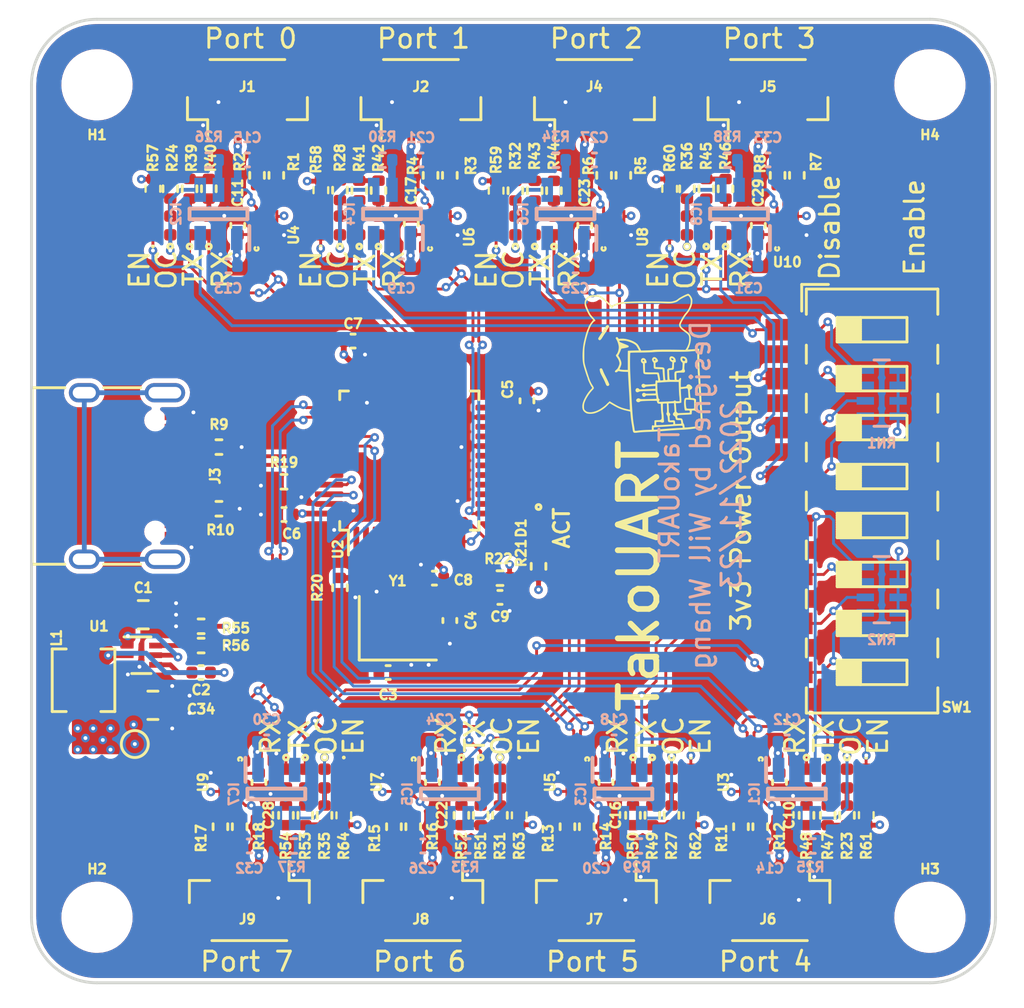
<source format=kicad_pcb>
(kicad_pcb (version 20211014) (generator pcbnew)
  (layers (0 "F.Cu" signal) (1 "In1.Cu" signal) (2 "In2.Cu" signal) (31 "B.Cu" signal) (34 "B.Paste" user) (35 "F.Paste" user) (36 "B.SilkS" user "B.Silkscreen") (37 "F.SilkS" user "F.Silkscreen") (38 "B.Mask" user) (39 "F.Mask" user) (44 "Edge.Cuts" user))
  (net 0 "")
  (net 1 "GND")
  (net 2 "VIN")
  (net 3 "+3V3")
  (net 4 "Net-(C3-Pad2)")
  (net 5 "Net-(C4-Pad2)")
  (net 6 "RST")
  (net 7 "ACT")
  (net 8 "Net-(D1-Pad2)")
  (net 9 "Net-(J1-Pad3)")
  (net 10 "Net-(J1-Pad4)")
  (net 11 "Net-(J2-Pad3)")
  (net 12 "Net-(J2-Pad4)")
  (net 13 "Net-(J3-PadA5)")
  (net 14 "DP")
  (net 15 "DN")
  (net 17 "Net-(J3-PadB5)")
  (net 19 "unconnected-(J3-PadS1)")
  (net 20 "Net-(J5-Pad3)")
  (net 21 "Net-(J5-Pad4)")
  (net 22 "Net-(J6-Pad3)")
  (net 23 "Net-(J6-Pad4)")
  (net 24 "Net-(J7-Pad3)")
  (net 25 "Net-(J7-Pad4)")
  (net 26 "Net-(J9-Pad3)")
  (net 27 "Net-(J9-Pad4)")
  (net 28 "TXD0")
  (net 29 "RXD0")
  (net 30 "TXD1")
  (net 31 "RXD1")
  (net 32 "TXD2")
  (net 33 "RXD2")
  (net 34 "TXD3")
  (net 35 "RXD3")
  (net 36 "TXD4")
  (net 37 "RXD4")
  (net 38 "TXD5")
  (net 39 "RXD5")
  (net 40 "TXD6")
  (net 41 "RXD6")
  (net 42 "TXD7")
  (net 43 "RXD7")
  (net 44 "Net-(R19-Pad2)")
  (net 45 "Net-(R20-Pad2)")
  (net 46 "Net-(D2-Pad1)")
  (net 47 "Net-(D2-Pad2)")
  (net 48 "Net-(D3-Pad1)")
  (net 49 "Net-(D3-Pad2)")
  (net 50 "Net-(D4-Pad1)")
  (net 51 "Net-(D4-Pad2)")
  (net 52 "Net-(D5-Pad1)")
  (net 53 "Net-(D5-Pad2)")
  (net 54 "Net-(D6-Pad1)")
  (net 55 "Net-(D6-Pad2)")
  (net 56 "Net-(D7-Pad1)")
  (net 57 "Net-(D7-Pad2)")
  (net 58 "Net-(D8-Pad1)")
  (net 59 "Net-(D8-Pad2)")
  (net 60 "Net-(D9-Pad1)")
  (net 61 "Net-(D9-Pad2)")
  (net 62 "EN4")
  (net 63 "Net-(IC1-Pad5)")
  (net 64 "EN0")
  (net 65 "Net-(IC2-Pad5)")
  (net 66 "EN5")
  (net 67 "Net-(IC3-Pad5)")
  (net 68 "EN1")
  (net 69 "Net-(IC4-Pad5)")
  (net 70 "EN6")
  (net 71 "Net-(IC5-Pad5)")
  (net 72 "EN2")
  (net 73 "Net-(IC6-Pad5)")
  (net 74 "EN7")
  (net 75 "Net-(IC7-Pad5)")
  (net 76 "EN3")
  (net 77 "Net-(IC8-Pad5)")
  (net 78 "Net-(C14-Pad2)")
  (net 79 "Net-(C15-Pad2)")
  (net 80 "Net-(C20-Pad2)")
  (net 81 "Net-(C21-Pad2)")
  (net 82 "Net-(R1-Pad1)")
  (net 83 "Net-(R2-Pad1)")
  (net 84 "Net-(R3-Pad1)")
  (net 85 "Net-(R4-Pad1)")
  (net 86 "Net-(R5-Pad1)")
  (net 87 "Net-(R6-Pad1)")
  (net 88 "Net-(R7-Pad1)")
  (net 89 "Net-(R8-Pad1)")
  (net 90 "Net-(R11-Pad1)")
  (net 91 "Net-(R12-Pad1)")
  (net 92 "Net-(R13-Pad1)")
  (net 93 "Net-(R14-Pad1)")
  (net 94 "Net-(R15-Pad1)")
  (net 95 "Net-(R16-Pad1)")
  (net 96 "Net-(R17-Pad1)")
  (net 97 "Net-(R18-Pad1)")
  (net 98 "Net-(D10-Pad2)")
  (net 99 "Net-(D11-Pad2)")
  (net 100 "Net-(D12-Pad2)")
  (net 101 "Net-(D13-Pad2)")
  (net 102 "Net-(D14-Pad2)")
  (net 103 "Net-(D15-Pad2)")
  (net 104 "Net-(D16-Pad2)")
  (net 105 "Net-(D17-Pad2)")
  (net 106 "Net-(D18-Pad2)")
  (net 107 "Net-(D19-Pad2)")
  (net 108 "Net-(D20-Pad2)")
  (net 109 "Net-(D21-Pad2)")
  (net 110 "Net-(D22-Pad2)")
  (net 111 "Net-(D23-Pad2)")
  (net 112 "Net-(D24-Pad2)")
  (net 113 "Net-(D25-Pad2)")
  (net 114 "Net-(C26-Pad2)")
  (net 115 "Net-(C27-Pad2)")
  (net 116 "Net-(C32-Pad2)")
  (net 117 "Net-(C33-Pad2)")
  (net 118 "Net-(J4-Pad3)")
  (net 119 "Net-(J4-Pad4)")
  (net 120 "Net-(J8-Pad3)")
  (net 121 "Net-(J8-Pad4)")
  (net 122 "Net-(C2-Pad1)")
  (net 123 "Net-(C2-Pad2)")
  (net 124 "Net-(R55-Pad2)")
  (net 125 "Net-(D26-Pad2)")
  (net 126 "Net-(D27-Pad2)")
  (net 127 "Net-(D28-Pad2)")
  (net 128 "Net-(D29-Pad2)")
  (net 129 "Net-(D30-Pad2)")
  (net 130 "Net-(D31-Pad2)")
  (net 131 "Net-(D32-Pad2)")
  (net 132 "Net-(D33-Pad2)")
  (footprint "LED_SMD:LED_0402_1005Metric" (layer "F.Cu") (at 147.7 86.9 90)
    (fp_text reference "D28" hide)
    (fp_text value "Green")
  )
  (footprint "Capacitor_SMD:C_0402_1005Metric" (layer "F.Cu") (at 144.5 105.2 180)
    (fp_text reference "C8")
    (fp_text value "100nF")
  )
  (footprint "Resistor_SMD:R_0402_1005Metric" (layer "F.Cu") (at 152.4 118.1 -90)
    (fp_text reference "R14")
    (fp_text value "1K")
  )
  (footprint "Connector_USB:USB_C_Receptacle_XKB_U262-16XN-4BVC11" (layer "F.Cu") (at 127.415 99.9 -90)
    (fp_text reference "J3")
    (fp_text value "USB_C_Receptacle_USB2.0")
  )
  (footprint "LED_SMD:LED_0402_1005Metric" (layer "F.Cu") (at 139.6 86.9 90)
    (fp_text reference "D5" hide)
    (fp_text value "RED")
  )
  (footprint "Connector_JST:JST_SH_BM04B-SRSS-TB_1x04-1MP_P1.00mm_Vertical" (layer "F.Cu") (at 143.9 122 180)
    (fp_text reference "J8")
    (fp_text value "Conn_01x04")
  )
  (footprint "LED_SMD:LED_0402_1005Metric" (layer "F.Cu") (at 141.6 86.9 90)
    (fp_text reference "D13" hide)
    (fp_text value "Green")
  )
  (footprint "Resistor_SMD:R_0402_1005Metric" (layer "F.Cu") (at 133.325 98.4)
    (fp_text reference "R9")
    (fp_text value "5.1K")
  )
  (footprint "footprints:NTS0302JKZ" (layer "F.Cu") (at 142.9 115.8 -90)
    (fp_text reference "U7")
    (fp_text value "NTS0302JKZ" hide)
  )
  (footprint "Connector_JST:JST_SH_BM04B-SRSS-TB_1x04-1MP_P1.00mm_Vertical" (layer "F.Cu") (at 161.8 80.3)
    (fp_text reference "J5")
    (fp_text value "Conn_01x04")
  )
  (footprint "Resistor_SMD:R_0402_1005Metric" (layer "F.Cu") (at 154.3 84.3 90)
    (fp_text reference "R5")
    (fp_text value "1K")
  )
  (footprint "LED_SMD:LED_0402_1005Metric" (layer "F.Cu") (at 129.9 86.9 90)
    (fp_text reference "D26" hide)
    (fp_text value "Green")
  )
  (footprint "Resistor_SMD:R_0402_1005Metric" (layer "F.Cu") (at 147.9 117.51 90)
    (fp_text reference "R31")
    (fp_text value "1K")
  )
  (footprint "Connector_JST:JST_SH_BM04B-SRSS-TB_1x04-1MP_P1.00mm_Vertical" (layer "F.Cu") (at 152.8 80.3)
    (fp_text reference "J4")
    (fp_text value "Conn_01x04")
  )
  (footprint "LED_SMD:LED_0402_1005Metric" (layer "F.Cu") (at 158.6 86.9 90)
    (fp_text reference "D16" hide)
    (fp_text value "Orange")
  )
  (footprint "LED_SMD:LED_0402_1005Metric" (layer "F.Cu") (at 157.8 115.6 -90)
    (fp_text reference "D31" hide)
    (fp_text value "Green")
  )
  (footprint "Resistor_SMD:R_0402_1005Metric" (layer "F.Cu") (at 151.4 118.1 -90)
    (fp_text reference "R13")
    (fp_text value "1K")
  )
  (footprint "Resistor_SMD:R_0402_1005Metric" (layer "F.Cu") (at 147.7 85.095 -90)
    (fp_text reference "R59")
    (fp_text value "1K")
  )
  (footprint "Resistor_SMD:R_0402_1005Metric" (layer "F.Cu") (at 129.9 84.995 -90)
    (fp_text reference "R57")
    (fp_text value "1K")
  )
  (footprint "MountingHole:MountingHole_3.2mm_M3" (layer "F.Cu") (at 127 122.8)
    (fp_text reference "H2")
    (fp_text value "MountingHole")
  )
  (footprint "Resistor_SMD:R_0402_1005Metric" (layer "F.Cu") (at 132.4 108.7)
    (fp_text reference "R56")
    (fp_text value "10K")
  )
  (footprint "Resistor_SMD:R_0402_1005Metric" (layer "F.Cu") (at 145.9 117.51 90)
    (fp_text reference "R52")
    (fp_text value "1K")
  )
  (footprint "Capacitor_SMD:C_0402_1005Metric" (layer "F.Cu") (at 140.28 92.9)
    (fp_text reference "C7")
    (fp_text value "100nF")
  )
  (footprint "Resistor_SMD:R_0402_1005Metric" (layer "F.Cu") (at 144.3 84.3 90)
    (fp_text reference "R4")
    (fp_text value "1K")
  )
  (footprint "Resistor_SMD:R_0402_1005Metric" (layer "F.Cu") (at 150.7 85.095 -90)
    (fp_text reference "R44")
    (fp_text value "1K")
  )
  (footprint "Resistor_SMD:R_0402_1005Metric" (layer "F.Cu") (at 154.8 117.51 90)
    (fp_text reference "R50")
    (fp_text value "1K")
  )
  (footprint "LED_SMD:LED_0402_1005Metric" (layer "F.Cu") (at 138.6 86.9 90)
    (fp_text reference "D27" hide)
    (fp_text value "Green")
  )
  (footprint "LED_SMD:LED_0402_1005Metric" (layer "F.Cu") (at 156.8 115.6 -90)
    (fp_text reference "D4" hide)
    (fp_text value "RED")
  )
  (footprint "Resistor_SMD:R_0402_1005Metric" (layer "F.Cu") (at 163.3 84.3 90)
    (fp_text reference "R7")
    (fp_text value "1K")
  )
  (footprint "Button_Switch_SMD:SW_DIP_SPSTx08_Slide_6.7x21.88mm_W8.61mm_P2.54mm_LowProfile" (layer "F.Cu") (at 167.2 101.2)
    (fp_text reference "SW1")
    (fp_text value "SW_DIP_x08")
  )
  (footprint "Resistor_SMD:R_0402_1005Metric" (layer "F.Cu") (at 166.9 117.5 90)
    (fp_text reference "R61")
    (fp_text value "1K")
  )
  (footprint "Connector_JST:JST_SH_BM04B-SRSS-TB_1x04-1MP_P1.00mm_Vertical" (layer "F.Cu") (at 134.8 80.3)
    (fp_text reference "J1")
    (fp_text value "Conn_01x04")
  )
  (footprint "LED_SMD:LED_0402_1005Metric" (layer "F.Cu") (at 149.7 86.9 90)
    (fp_text reference "D14" hide)
    (fp_text value "Orange")
  )
  (footprint "Capacitor_SMD:C_0805_2012Metric" (layer "F.Cu") (at 129.9 111.8)
    (fp_text reference "C34")
    (fp_text value "22uF")
  )
  (footprint "Resistor_SMD:R_0402_1005Metric" (layer "F.Cu") (at 156.7 85 -90)
    (fp_text reference "R60")
    (fp_text value "1K")
  )
  (footprint "LED_SMD:LED_0402_1005Metric" (layer "F.Cu") (at 146.9 115.6 -90)
    (fp_text reference "D22" hide)
    (fp_text value "Orange")
  )
  (footprint "LED_SMD:LED_0402_1005Metric" (layer "F.Cu") (at 166.89 115.6 -90)
    (fp_text reference "D30" hide)
    (fp_text value "Green")
  )
  (footprint "Capacitor_SMD:C_0402_1005Metric" (layer "F.Cu") (at 142.1 110.1 180)
    (fp_text reference "C3")
    (fp_text value "22pF")
  )
  (footprint "Resistor_SMD:R_0402_1005Metric" (layer "F.Cu") (at 149.9 104.5875 -90)
    (fp_text reference "R21")
    (fp_text value "1K")
  )
  (footprint "LED_SMD:LED_0402_1005Metric" (layer "F.Cu") (at 154.8 115.6 -90)
    (fp_text reference "D21" hide)
    (fp_text value "Green")
  )
  (footprint "LED_SMD:LED_0402_1005Metric" (layer "F.Cu") (at 131.8 86.9 90)
    (fp_text reference "D10" hide)
    (fp_text value "Orange")
  )
  (footprint "Resistor_SMD:R_0402_1005Metric" (layer "F.Cu") (at 137.8 117.51 90)
    (fp_text reference "R53")
    (fp_text value "1K")
  )
  (footprint "footprints:NTS0302JKZ" (layer "F.Cu") (at 144.8 86.9 90)
    (fp_text reference "U6")
    (fp_text value "NTS0302JKZ" hide)
  )
  (footprint "footprints:NTS0302JKZ" (layer "F.Cu") (at 133.9 115.8 -90)
    (fp_text reference "U9")
    (fp_text value "NTS0302JKZ" hide)
  )
  (footprint "Connector_JST:JST_SH_BM04B-SRSS-TB_1x04-1MP_P1.00mm_Vertical" (layer "F.Cu") (at 143.8 80.3)
    (fp_text reference "J2")
    (fp_text value "Conn_01x04")
  )
  (footprint "Resistor_SMD:R_0402_1005Metric" (layer "F.Cu") (at 132.4 107.7 180)
    (fp_text reference "R55")
    (fp_text value "31.6K")
  )
  (footprint "Resistor_SMD:R_0402_1005Metric" (layer "F.Cu") (at 136.8 117.51 90)
    (fp_text reference "R54")
    (fp_text value "1K")
  )
  (footprint "Resistor_SMD:R_0402_1005Metric" (layer "F.Cu") (at 164.9 117.51 90)
    (fp_text reference "R47")
    (fp_text value "1K")
  )
  (footprint "Resistor_SMD:R_0402_1005Metric" (layer "F.Cu") (at 153.3 84.3 90)
    (fp_text reference "R6")
    (fp_text value "1K")
  )
  (footprint "TestPoint:TestPoint_Pad_D1.0mm" (layer "F.Cu") (at 128.96 113.81 -90)
    (fp_text reference "TP_3V1" hide)
    (fp_text value "TestPoint")
  )
  (footprint "Resistor_SMD:R_0402_1005Metric" (layer "F.Cu") (at 149.7 85.095 -90)
    (fp_text reference "R43")
    (fp_text value "1K")
  )
  (footprint "Crystal:Crystal_SMD_3225-4Pin_3.2x2.5mm" (layer "F.Cu") (at 142.6 107.8)
    (fp_text reference "Y1")
    (fp_text value "8Mhz")
  )
  (footprint "Resistor_SMD:R_0402_1005Metric" (layer "F.Cu") (at 133.325 101.6)
    (fp_text reference "R10")
    (fp_text value "5.1K")
  )
  (footprint "Resistor_SMD:R_0402_1005Metric" (layer "F.Cu") (at 142.4 118.1 -90)
    (fp_text reference "R15")
    (fp_text value "1K")
  )
  (footprint "LED_SMD:LED_0402_1005Metric" (layer "F.Cu") (at 150.7 86.9 90)
    (fp_text reference "D15" hide)
    (fp_text value "Green")
  )
  (footprint "Resistor_SMD:R_0402_1005Metric" (layer "F.Cu") (at 157.6 85 -90)
    (fp_text reference "R36")
    (fp_text value "1K")
  )
  (footprint "Resistor_SMD:R_0402_1005Metric" (layer "F.Cu") (at 136.7 100.2)
    (fp_text reference "R19")
    (fp_text value "4.7K")
  )
  (footprint "LED_SMD:LED_0402_1005Metric" (layer "F.Cu") (at 159.6 86.9 90)
    (fp_text reference "D17" hide)
    (fp_text value "Green")
  )
  (footprint "LED_SMD:LED_0402_1005Metric" (layer "F.Cu") (at 145.9 115.6 -90)
    (fp_text reference "D23" hide)
    (fp_text value "Green")
  )
  (footprint "Capacitor_SMD:C_0402_1005Metric" (layer "F.Cu") (at 149.3 96 -90)
    (fp_text reference "C5")
    (fp_text value "100nF")
  )
  (footprint "Resistor_SMD:R_0402_1005Metric" (layer "F.Cu") (at 138.61 85.07 -90)
    (fp_text reference "R58")
    (fp_text value "1K")
  )
  (footprint "Capacitor_SMD:C_0402_1005Metric" (layer "F.Cu") (at 132.4 110.1)
    (fp_text reference "C2")
    (fp_text value "100nF")
  )
  (footprint "Capacitor_SMD:C_0402_1005Metric" (layer "F.Cu") (at 144.4 115.8 90)
    (fp_text reference "C22")
    (fp_text value "4.7uF")
  )
  (footprint "LED_SMD:LED_0402_1005Metric" (layer "F.Cu") (at 137.8 115.6 -90)
    (fp_text reference "D24" hide)
    (fp_text value "Orange")
  )
  (footprint "Connector_JST:JST_SH_BM04B-SRSS-TB_1x04-1MP_P1.00mm_Vertical" (layer "F.Cu") (at 152.9 122 180)
    (fp_text reference "J7")
    (fp_text value "Conn_01x04")
  )
  (footprint "footprints:NTS0302JKZ" (layer "F.Cu") (at 160.9 115.8 -90)
    (fp_text reference "U3")
    (fp_text value "NTS0302JKZ" hide)
  )
  (footprint "Resistor_SMD:R_0402_1005Metric" (layer "F.Cu") (at 155.8 117.51 90)
    (fp_text reference "R49")
    (fp_text value "1K")
  )
  (footprint "LED_SMD:LED_0402_1005Metric" (layer "F.Cu") (at 157.6 86.9 90)
    (fp_text reference "D9" hide)
    (fp_text value "RED")
  )
  (footprint "Resistor_SMD:R_0402_1005Metric" (layer "F.Cu") (at 139.6 105.7 90)
    (fp_text reference "R20")
    (fp_text value "4.7K")
  )
  (footprint "Resistor_SMD:R_0402_1005Metric" (layer "F.Cu") (at 148.9 117.51 90)
    (fp_text reference "R63")
    (fp_text value "1K")
  )
  (footprint "LED_SMD:LED_0402_1005Metric" (layer "F.Cu") (at 132.8 86.9 90)
    (fp_text reference "D11" hide)
    (fp_text value "Green")
  )
  (footprint "footprints:NTS0302JKZ" (layer "F.Cu") (at 162.8 86.9 90)
    (fp_text reference "U10")
    (fp_text value "NTS0302JKZ" hide)
  )
  (footprint "Capacitor_SMD:C_0402_1005Metric" (layer "F.Cu") (at 162.4 115.8 90)
    (fp_text reference "C10")
    (fp_text value "4.7uF")
  )
  (footprint "LED_SMD:LED_0402_1005Metric" (layer "F.Cu") (at 130.8 86.9 90)
    (fp_text reference "D3" hide)
    (fp_text value "RED")
  )
  (footprint "LED_SMD:LED_0402_1005Metric" (layer "F.Cu") (at 136.8 115.6 -90)
    (fp_text reference "D25" hide)
    (fp_text value "Green")
  )
  (footprint "Resistor_SMD:R_0402_1005Metric" (layer "F.Cu") (at 159.6 85 -90)
    (fp_text reference "R46")
    (fp_text value "1K")
  )
  (footprint "Resistor_SMD:R_0402_1005Metric" (layer "F.Cu") (at 162.3 84.3 90)
    (fp_text reference "R8")
    (fp_text value "1K")
  )
  (footprint "LED_SMD:LED_0402_1005Metric" (layer "F.Cu") (at 156.7 86.9 90)
    (fp_text reference "D29" hide)
    (fp_text value "Green")
  )
  (footprint "Connector_JST:JST_SH_BM04B-SRSS-TB_1x04-1MP_P1.00mm_Vertical" (layer "F.Cu") (at 134.9 122 180)
    (fp_text reference "J9")
    (fp_text value "Conn_01x04")
  )
  (footprint "Capacitor_SMD:C_0402_1005Metric" (layer "F.Cu") (at 147.9 106.2)
    (fp_text reference "C9")
    (fp_text value "100nF")
  )
  (footprint "LED_SMD:LED_0402_1005Metric" (layer "F.Cu") (at 140.6 86.9 90)
    (fp_text reference "D12" hide)
    (fp_text value "Orange")
  )
  (footprint "Resistor_SMD:R_0402_1005Metric" (layer "F.Cu") (at 143.4 118.1 -90)
    (fp_text reference "R16")
    (fp_text value "1K")
  )
  (footprint "Resistor_SMD:R_0402_1005Metric" (layer "F.Cu") (at 141.6 85.085 -90)
    (fp_text reference "R42")
    (fp_text value "1K")
  )
  (footprint "Resistor_SMD:R_0402_1005Metric" (layer "F.Cu") (at 145.3 84.3 90)
    (fp_text reference "R3")
    (fp_text value "1K")
  )
  (footprint "footprints:NTS0302JKZ" (layer "F.Cu") (at 151.9 115.8 -90)
    (fp_text reference "U5")
    (fp_text value "NTS0302JKZ" hide)
  )
  (footprint "Resistor_SMD:R_0402_1005Metric" (layer "F.Cu") (at 132.8 84.995 -90)
    (fp_text reference "R40")
    (fp_text value "1K")
  )
  (footprint "Connector_JST:JST_SH_BM04B-SRSS-TB_1x04-1MP_P1.00mm_Vertical" (layer "F.Cu") (at 161.9 122 180)
    (fp_text reference "J6")
    (fp_text value "Conn_01x04")
  )
  (footprint "footprints:XTPS563202DRLR" (layer "F.Cu") (at 129.3 109.2)
    (fp_text reference "U1")
    (fp_text value "XTPS563202DRLR" hide)
  )
  (footprint "LED_SMD:LED_0402_1005Metric" (layer "F.Cu") (at 163.8 115.6 -90)
    (fp_text reference "D19" hide)
    (fp_text value "Green")
  )
  (footprint "Capacitor_SMD:C_0402_1005Metric" (layer "F.Cu") (at 143.3 86.8 -90)
    (fp_text reference "C17")
    (fp_text value "4.7uF")
  )
  (footprint "Resistor_SMD:R_0402_1005Metric" (layer "F.Cu") (at 134.4 118.1 -90)
    (fp_text reference "R18")
    (fp_text value "1K")
  )
  (footprint "LED_SMD:LED_0402_1005Metric" (layer "F.Cu") (at 164.9 115.6 -90)
    (fp_text reference "D18" hide)
    (fp_text value "Orange")
  )
  (footprint "Resistor_SMD:R_0402_1005Metric" (layer "F.Cu") (at 139.6 85.07 -90)
    (fp_text reference "R28")
    (fp_text value "1K")
  )
  (footprint "Capacitor_SMD:C_0402_1005Metric" (layer "F.Cu") (at 135.4 115.8 90)
    (fp_text reference "C28")
    (fp_text value "4.7uF")
  )
  (footprint "LED_SMD:LED_0402_1005Metric" (layer "F.Cu") (at 165.9 115.6 -90)
    (fp_text reference "D2" hide)
    (fp_text value "RED")
  )
  (footprint "Resistor_SMD:R_0402_1005Metric" (layer "F.Cu") (at 131.8 84.995 -90)
    (fp_text reference "R39")
    (fp_text value "1K")
  )
  (footprint "LED_SMD:LED_0402_1005Metric" (layer "F.Cu") (at 148.9 115.6 -90)
    (fp_text reference "D32" hide)
    (fp_text value "Green")
  )
  (footprint "Resistor_SMD:R_0402_1005Metric" (layer "F.Cu") (at 138.8 117.51 90)
    (fp_text reference "R35")
    (fp_text value "1K")
  )
  (footprint "Resistor_SMD:R_0402_1005Metric" (layer "F.Cu") (at 160.4 118.1 -90)
    (fp_text reference "R11")
    (fp_text value "1K")
  )
  (footprint "Capacitor_SMD:C_0805_2012Metric" (layer "F.Cu") (at 129.4 107.1)
    (fp_text reference "C1")
    (fp_text value "10uF")
  )
  (footprint "LED_SMD:LED_0402_1005Metric" (layer "F.Cu") (at 147.9 115.6 -90)
    (fp_text reference "D6" hide)
    (fp_text value "RED")
  )
  (footprint "footprints:NTS0302JKZ" (layer "F.Cu") (at 135.8 86.9 90)
    (fp_text reference "U4")
    (fp_text value "NTS0302JKZ" hide)
  )
  (footprint "LOGO" (layer "F.Cu") (at 154.723082 93.800448 90)
    (fp_text reference "G***" hide)
    (fp_text value "LOGO" hide)
  )
  (footprint "Resistor_SMD:R_0402_1005Metric" (layer "F.Cu") (at 146.9 117.51 90)
    (fp_text reference "R51")
    (fp_text value "1K")
  )
  (footprint "LOGO" (layer "F.Cu") (at 154.723082 93.800448 90)
    (fp_text reference "G***" hide)
    (fp_text value "LOGO" hide)
  )
  (footprint "Capacitor_SMD:C_0402_1005Metric" (layer "F.Cu") (at 134.3 86.9 -90)
    (fp_text reference "C11")
    (fp_text value "4.7uF")
  )
  (footprint "LED_SMD:LED_0402_1005Metric" (layer "F.Cu") (at 138.8 115.6 -90)
    (fp_text reference "D8" hide)
    (fp_text value "RED")
  )
  (footprint "Resistor_SMD:R_0402_1005Metric" (layer "F.Cu") (at 163.8 117.51 90)
    (fp_text reference "R48")
    (fp_text value "1K")
  )
  (footprint "Resistor_SMD:R_0402_1005Metric" (layer "F.Cu") (at 161.4 118.1 -90)
    (fp_text reference "R12")
    (fp_text value "1K")
  )
  (footprint "Inductor_SMD:L_Vishay_IHLP-1212" (layer "F.Cu") (at 126.3 110.5 -90)
    (fp_text reference "L1")
    (fp_text value "3.3uH")
  )
  (footprint "Capacitor_SMD:C_0402_1005Metric" (layer "F.Cu") (at 145.3 107.4 90)
    (fp_text reference "C4")
    (fp_text value "22pF")
  )
  (footprint "Capacitor_SMD:C_0402_1005Metric" (layer "F.Cu") (at 153.4 115.8 90)
    (fp_text reference "C16")
    (fp_text value "4.7uF")
  )
  (footprint "MountingHole:MountingHole_3.2mm_M3" (layer "F.Cu") (at 170.2 79.6)
    (fp_text reference "H4")
    (fp_text value "MountingHole")
  )
  (footprint "Resistor_SMD:R_0402_1005Metric" (layer "F.Cu") (at 136.3 84.3 90)
    (fp_text reference "R1")
    (fp_text value "1K")
  )
  (footprint "LED_SMD:LED_0402_1005Metric" (layer "F.Cu") (at 148.7 86.9 90)
    (fp_text reference "D7" hide)
    (fp_text value "RED")
  )
  (footprint "Capacitor_SMD:C_0402_1005Metric" (layer "F.Cu") (at 161.3 86.9 -90)
    (fp_text reference "C29")
    (fp_text value "4.7uF")
  )
  (footprint "Package_QFP:LQFP-48_7x7mm_P0.5mm" (layer "F.Cu") (at 143.2 99.1 90)
    (fp_text reference "U2")
    (fp_text value "CH348Q")
  )
  (footprint "Resistor_SMD:R_0402_1005Metric" (layer "F.Cu") (at 147.9 105.2)
    (fp_text reference "R22")
    (fp_text value "4.7K")
  )
  (footprint "MountingHole:MountingHole_3.2mm_M3" (layer "F.Cu") (at 170.2 122.8)
    (fp_text reference "H3")
    (fp_text value "MountingHole")
  )
  (footprint "Resistor_SMD:R_0402_1005Metric" (layer "F.Cu") (at 158.6 85 -90)
    (fp_text reference "R45")
    (fp_text value "1K")
  )
  (footprint "Resistor_SMD:R_0402_1005Metric" (layer "F.Cu") (at 135.3 84.3 90)
    (fp_text reference "R2")
    (fp_text value "1K")
  )
  (footprint "Resistor_SMD:R_0402_1005Metric" (layer "F.Cu") (at 157.8 117.51 90)
    (fp_text reference "R62")
    (fp_text value "1K")
  )
  (footprint "footprints:NTS0302JKZ" (layer "F.Cu") (at 153.8 86.9 90)
    (fp_text reference "U8")
    (fp_text value "NTS0302JKZ" hide)
  )
  (footprint "Capacitor_SMD:C_0402_1005Metric" (layer "F.Cu") (at 152.3 86.9 -90)
    (fp_text reference "C23")
    (fp_text value "4.7uF")
  )
  (footprint "LED_SMD:LED_0402_1005Metric" (layer "F.Cu") (at 155.8 115.6 -90)
    (fp_text reference "D20" hide)
    (fp_text value "Orange")
  )
  (footprint "Resistor_SMD:R_0402_1005Metric" (layer "F.Cu") (at 165.9 117.51 90)
    (fp_text reference "R23")
    (fp_text value "1K")
  )
  (footprint "LED_SMD:LED_0402_1005Metric" (layer "F.Cu") (at 149.9 102.6 -90)
    (fp_text reference "D1")
    (fp_text value "Green")
  )
  (footprint "Resistor_SMD:R_0402_1005Metric" (layer "F.Cu") (at 156.8 117.51 90)
    (fp_text reference "R27")
    (fp_text value "1K")
  )
  (footprint "Resistor_SMD:R_0402_1005Metric" (layer "F.Cu") (at 133.4 118.1 -90)
    (fp_text reference "R17")
    (fp_text value "1K")
  )
  (footprint "Resistor_SMD:R_0402_1005Metric" (layer "F.Cu") (at 139.8 117.51 90)
    (fp_text reference "R64")
    (fp_text value "1K")
  )
  (footprint "MountingHole:MountingHole_3.2mm_M3" (layer "F.Cu") (at 127 79.6)
    (fp_text reference "H1")
    (fp_text value "MountingHole")
  )
  (footprint "Resistor_SMD:R_0402_1005Metric" (layer "F.Cu") (at 140.6 85.085 -90)
    (fp_text reference "R41")
    (fp_text value "1K")
  )
  (footprint "Resistor_SMD:R_0402_1005Metric" (layer "F.Cu") (at 130.8 84.995 -90)
    (fp_text reference "R24")
    (fp_text value "1K")
  )
  (footprint "Resistor_SMD:R_0402_1005Metric" (layer "F.Cu") (at 148.7 85.095 -90)
    (fp_text reference "R32")
    (fp_text value "1K")
  )
  (footprint "LED_SMD:LED_0402_1005Metric" (layer "F.Cu") (at 139.8 115.6 -90)
    (fp_text reference "D33" hide)
    (fp_text value "Green")
  )
  (footprint "Capacitor_SMD:C_0402_1005Metric" (layer "F.Cu") (at 136.7 101.9 180)
    (fp_text reference "C6")
    (fp_text value "100nF")
  )
  (footprint "Resistor_SMD:R_Array_Concave_4x0603" (layer "B.Cu") (at 167.7 95.6)
    (fp_text reference "RN1")
    (fp_text value "R_Pack04")
  )
  (footprint "footprints:SOT95P275X110-6N" (layer "B.Cu") (at 163.3 116.4 -90)
    (fp_text reference "IC1")
    (fp_text value "NCP380LSNAJAAT1G" hide)
  )
  (footprint "Capacitor_SMD:C_0402_1005Metric" (layer "B.Cu") (at 143.8 83.5 180)
    (fp_text reference "C21")
    (fp_text value "10uF")
  )
  (footprint "footprints:SOT95P275X110-6N" (layer "B.Cu") (at 151.3 86.3 90)
    (fp_text reference "IC6")
    (fp_text value "NCP380LSNAJAAT1G" hide)
  )
  (footprint "footprints:SOT95P275X110-6N" (layer "B.Cu") (at 142.3 86.3 90)
    (fp_text reference "IC4")
    (fp_text value "NCP380LSNAJAAT1G" hide)
  )
  (footprint "Capacitor_SMD:C_0402_1005Metric" (layer "B.Cu") (at 144.8 113.7 180)
    (fp_text reference "C24")
    (fp_text value "1uF")
  )
  (footprint "Resistor_SMD:R_0402_1005Metric" (layer "B.Cu") (at 159.7 83.51)
    (fp_text reference "R38")
    (fp_text value "672R")
  )
  (footprint "Capacitor_SMD:C_0402_1005Metric" (layer "B.Cu") (at 162.8 113.7 180)
    (fp_text reference "C12")
    (fp_text value "1uF")
  )
  (footprint "footprints:SOT95P275X110-6N" (layer "B.Cu") (at 154.3 116.4 -90)
    (fp_text reference "IC3")
    (fp_text value "NCP380LSNAJAAT1G" hide)
  )
  (footprint "Capacitor_SMD:C_0402_1005Metric" (layer "B.Cu") (at 151.8 89)
    (fp_text reference "C25")
    (fp_text value "1uF")
  )
  (footprint "Resistor_SMD:R_0402_1005Metric" (layer "B.Cu") (at 146.2 119.1 180)
    (fp_text reference "R33")
    (fp_text value "672R")
  )
  (footprint "Capacitor_SMD:C_0402_1005Metric" (layer "B.Cu") (at 160.8 89)
    (fp_text reference "C31")
    (fp_text value "1uF")
  )
  (footprint "Resistor_SMD:R_0402_1005Metric" (layer "B.Cu") (at 164.1 119.1 180)
    (fp_text reference "R25")
    (fp_text value "672R")
  )
  (footprint "Capacitor_SMD:C_0402_1005Metric" (layer "B.Cu") (at 133.8 89)
    (fp_text reference "C13")
    (fp_text value "1uF")
  )
  (footprint "Capacitor_SMD:C_0402_1005Metric" (layer "B.Cu") (at 134.9 119.1)
    (fp_text reference "C32")
    (fp_text value "10uF")
  )
  (footprint "footprints:SOT95P275X110-6N" (layer "B.Cu") (at 160.3 86.3 90)
    (fp_text reference "IC8")
    (fp_text value "NCP380LSNAJAAT1G" hide)
  )
  (footprint "Capacitor_SMD:C_0402_1005Metric" (layer "B.Cu") (at 134.8 83.5 180)
    (fp_text reference "C15")
    (fp_text value "10uF")
  )
  (footprint "footprints:SOT95P275X110-6N" (layer "B.Cu") (at 133.3 86.3 90)
    (fp_text reference "IC2")
    (fp_text value "NCP380LSNAJAAT1G" hide)
  )
  (footprint "Resistor_SMD:R_0402_1005Metric" (layer "B.Cu") (at 155.1 119.1 180)
    (fp_text reference "R29")
    (fp_text value "672R")
  )
  (footprint "Resistor_SMD:R_0402_1005Metric" (layer "B.Cu") (at 150.8 83.51)
    (fp_text reference "R34")
    (fp_text value "672R")
  )
  (footprint "Resistor_SMD:R_0402_1005Metric" (layer "B.Cu") (at 137.2 119.1 180)
    (fp_text reference "R37")
    (fp_text value "672R")
  )
  (footprint "Capacitor_SMD:C_0402_1005Metric" (layer "B.Cu") (at 153.82 113.7 180)
    (fp_text reference "C18")
    (fp_text value "1uF")
  )
  (footprint "Capacitor_SMD:C_0402_1005Metric" (layer "B.Cu") (at 161.8 83.5 180)
    (fp_text reference "C33")
    (fp_text value "10uF")
  )
  (footprint "footprints:SOT95P275X110-6N" (layer "B.Cu") (at 145.3 116.4 -90)
    (fp_text reference "IC5")
    (fp_text value "NCP380LSNAJAAT1G" hide)
  )
  (footprint "Capacitor_SMD:C_0402_1005Metric" (layer "B.Cu") (at 152.9 119.1)
    (fp_text reference "C20")
    (fp_text value "10uF")
  )
  (footprint "Capacitor_SMD:C_0402_1005Metric" (layer "B.Cu") (at 143.9 119.1)
    (fp_text reference "C26")
    (fp_text value "10uF")
  )
  (footprint "Resistor_SMD:R_0402_1005Metric" (layer "B.Cu") (at 141.8 83.51)
    (fp_text reference "R30")
    (fp_text value "672R")
  )
  (footprint "Capacitor_SMD:C_0402_1005Metric" (layer "B.Cu") (at 135.8 113.7 180)
    (fp_text reference "C30")
    (fp_text value "1uF")
  )
  (footprint "Capacitor_SMD:C_0402_1005Metric" (layer "B.Cu") (at 161.9 119.1)
    (fp_text reference "C14")
    (fp_text value "10uF")
  )
  (footprint "Resistor_SMD:R_0402_1005Metric" (layer "B.Cu") (at 132.8 83.51)
    (fp_text reference "R26")
    (fp_text value "672R")
  )
  (footprint "Capacitor_SMD:C_0402_1005Metric" (layer "B.Cu") (at 142.78 89)
    (fp_text reference "C19")
    (fp_text value "1uF")
  )
  (footprint "Capacitor_SMD:C_0402_1005Metric" (layer "B.Cu") (at 152.8 83.5 180)
    (fp_text reference "C27")
    (fp_text value "10uF")
  )
  (footprint "footprints:SOT95P275X110-6N" (layer "B.Cu") (at 136.3 116.4 -90)
    (fp_text reference "IC7")
    (fp_text value "NCP380LSNAJAAT1G" hide)
  )
  (footprint "Resistor_SMD:R_Array_Concave_4x0603" (layer "B.Cu") (at 167.7 105.8)
    (fp_text reference "RN2")
    (fp_text value "R_Pack04")
  )
  (gr_line (start 170.2 126.2) (end 127 126.2) (layer "Edge.Cuts") (width 0.15))
  (gr_arc (start 173.6 122.8) (mid 172.604151 125.204151) (end 170.2 126.2) (layer "Edge.Cuts") (width 0.15))
  (gr_arc (start 170.2 76.2) (mid 172.604163 77.195837) (end 173.6 79.6) (layer "Edge.Cuts") (width 0.15))
  (gr_arc (start 127 126.2) (mid 124.595849 125.204151) (end 123.6 122.8) (layer "Edge.Cuts") (width 0.15))
  (gr_line (start 173.6 79.6) (end 173.6 122.8) (layer "Edge.Cuts") (width 0.15))
  (gr_line (start 123.6 122.8) (end 123.6 79.6) (layer "Edge.Cuts") (width 0.15))
  (gr_line (start 127 76.2) (end 170.2 76.2) (layer "Edge.Cuts") (width 0.15))
  (gr_arc (start 123.6 79.6) (mid 124.595837 77.195837) (end 127 76.2) (layer "Edge.Cuts") (width 0.15))
  (gr_text "TakoUART\nDesigned by Will Whang\n2022/11/23" (at 158.3 100.9 90) (layer "B.SilkS") (effects (font (size 1 1)) (justify mirror)))
  (gr_text "OC" (at 156.9 113.4 90) (layer "F.SilkS") (effects (font (size 1 1))))
  (gr_text "Port 5" (at 152.7 125.1) (layer "F.SilkS") (effects (font (size 1 1))))
  (gr_text "RX" (at 145.1 113.4 90) (layer "F.SilkS") (effects (font (size 1 1))))
  (gr_text "TX" (at 158.9 89.199999 90) (layer "F.SilkS") (effects (font (size 1 1))))
  (gr_text "RX" (at 142.4 89.2 90) (layer "F.SilkS") (effects (font (size 1 1))))
  (gr_text "Disable" (at 165 87 90) (layer "F.SilkS") (effects (font (size 1 1))))
  (gr_text "Port 3" (at 161.866668 77.2) (layer "F.SilkS") (effects (font (size 1 1))))
  (gr_text "EN" (at 158.3 113.4 90) (layer "F.SilkS") (effects (font (size 1 1))))
  (gr_text "Enable" (at 169.4 87 90) (layer "F.SilkS") (effects (font (size 1 1))))
  (gr_text "OC" (at 157.5 89.2 90) (layer "F.SilkS") (effects (font (size 1 1))))
  (gr_text "EN" (at 147.2 89.2 90) (layer "F.SilkS") (effects (font (size 1 1))))
  (gr_text "RX" (at 133.5 89.2 90) (layer "F.SilkS") (effects (font (size 1 1))))
  (gr_text "Port 1" (at 143.933334 77.2) (layer "F.SilkS") (effects (font (size 1 1))))
  (gr_text "EN" (at 149.4 113.4 90) (layer "F.SilkS") (effects (font (size 1 1))))
  (gr_text "Port 0" (at 134.966668 77.2) (layer "F.SilkS") (effects (font (size 1 1))))
  (gr_text "EN" (at 138.1 89.2 90) (layer "F.SilkS") (effects (font (size 1 1))))
  (gr_text "RX" (at 151.5 89.2 90) (layer "F.SilkS") (effects (font (size 1 1))))
  (gr_text "RX" (at 154 113.4 90) (layer "F.SilkS") (effects (font (size 1 1))))
  (gr_text "RX" (at 136 113.4 90) (layer "F.SilkS") (effects (font (size 1 1))))
  (gr_text "OC" (at 148 113.4 90) (layer "F.SilkS") (effects (font (size 1 1))))
  (gr_text "TX" (at 132 89.199999 90) (layer "F.SilkS") (effects (font (size 1 1))))
  (gr_text "3v3 Power Output" (at 160.4 101.2 90) (layer "F.SilkS") (effects (font (size 1 1))))
  (gr_text "OC" (at 166.1 113.4 90) (layer "F.SilkS") (effects (font (size 1 1))))
  (gr_text "EN" (at 167.5 113.4 90) (layer "F.SilkS") (effects (font (size 1 1))))
  (gr_text "Port 6" (at 143.733334 125.1) (layer "F.SilkS") (effects (font (size 1 1))))
  (gr_text "TX" (at 137.5 113.399999 90) (layer "F.SilkS") (effects (font (size 1 1))))
  (gr_text "EN" (at 156.1 89.2 90) (layer "F.SilkS") (effects (font (size 1 1))))
  (gr_text "Port 4" (at 161.666668 125.1) (layer "F.SilkS") (effects (font (size 1 1))))
  (gr_text "TX" (at 164.7 113.399999 90) (layer "F.SilkS") (effects (font (size 1 1))))
  (gr_text "TX" (at 146.6 113.399999 90) (layer "F.SilkS") (effects (font (size 1 1))))
  (gr_text "OC" (at 130.6 89.2 90) (layer "F.SilkS") (effects (font (size 1 1))))
  (gr_text "OC" (at 148.6 89.2 90) (layer "F.SilkS") (effects (font (size 1 1))))
  (gr_text "ACT" (at 151.1 102.6 90) (layer "F.SilkS") (effects (font (size 0.8 0.8))))
  (gr_text "TX" (at 155.5 113.399999 90) (layer "F.SilkS") (effects (font (size 1 1))))
  (gr_text "OC" (at 139.5 89.2 90) (layer "F.SilkS") (effects (font (size 1 1))))
  (gr_text "Port 2" (at 152.9 77.2) (layer "F.SilkS") (effects (font (size 1 1))))
  (gr_text "TakoUART" (at 155.1 105.085265 90) (layer "F.SilkS") (effects (font (size 2 2) (thickness 0.3))))
  (gr_text "RX" (at 163.2 113.4 90) (layer "F.SilkS") (effects (font (size 1 1))))
  (gr_text "RX" (at 160.4 89.2 90) (layer "F.SilkS") (effects (font (size 1 1))))
  (gr_text "EN" (at 140.3 113.4 90) (layer "F.SilkS") (effects (font (size 1 1))))
  (gr_text "OC" (at 138.9 113.4 90) (layer "F.SilkS") (effects (font (size 1 1))))
  (gr_text "TX" (at 150 89.199999 90) (layer "F.SilkS") (effects (font (size 1 1))))
  (gr_text "EN" (at 129.2 89.2 90) (layer "F.SilkS") (effects (font (size 1 1))))
  (gr_text "TX" (at 140.9 89.199999 90) (layer "F.SilkS") (effects (font (size 1 1))))
  (gr_text "Port 7" (at 134.766668 125.1) (layer "F.SilkS") (effects (font (size 1 1))))
  (via (at 135.5 101.9) (size 0.45) (drill 0.2) (layers "F.Cu" "B.Cu") (net 1))
  (via (at 134.5 98.4) (size 0.45) (drill 0.2) (layers "F.Cu" "B.Cu") (net 1))
  (via (at 131.1 106.5) (size 0.45) (drill 0.2) (layers "F.Cu" "B.Cu") (net 1))
  (via (at 140.9 93.6) (size 0.45) (drill 0.2) (layers "F.Cu" "B.Cu") (net 1))
  (via (at 148.4 106.9) (size 0.45) (drill 0.2) (layers "F.Cu" "B.Cu") (net 1))
  (via (at 150.5 81.7) (size 0.45) (drill 0.2) (layers "F.Cu" "B.Cu") (net 1))
  (via (at 137.2 120.6) (size 0.45) (drill 0.2) (layers "F.Cu" "B.Cu") (net 1))
  (via (at 129.2 109.8) (size 0.45) (drill 0.2) (layers "F.Cu" "B.Cu") (net 1))
  (via (at 133.4 88.4) (size 0.45) (drill 0.2) (layers "F.Cu" "B.Cu") (net 1))
  (via (at 141.5 81.7) (size 0.45) (drill 0.2) (layers "F.Cu" "B.Cu") (net 1))
  (via (at 146.2 120.6) (size 0.45) (drill 0.2) (layers "F.Cu" "B.Cu") (net 1))
  (via (at 149.9 96.5) (size 0.45) (drill 0.2) (layers "F.Cu" "B.Cu") (net 1))
  (via (at 154.1 116.5) (size 0.45) (drill 0.2) (layers "F.Cu" "B.Cu") (net 1))
  (via (at 132.9 115.3) (size 0.45) (drill 0.2) (layers "F.Cu" "B.Cu") (net 1))
  (via (at 139.3 102.7) (size 0.45) (drill 0.2) (layers "F.Cu" "B.Cu") (net 1))
  (via (at 131.1 107.1) (size 0.45) (drill 0.2) (layers "F.Cu" "B.Cu") (net 1))
  (via (at 141.5 105.9) (size 0.45) (drill 0.2) (layers "F.Cu" "B.Cu") (net 1))
  (via (at 160.3 88.4) (size 0.45) (drill 0.2) (layers "F.Cu" "B.Cu") (net 1))
  (via (at 142.5 86.4) (size 0.45) (drill 0.2) (layers "F.Cu" "B.Cu") (net 1))
  (via (at 133.7 108.7) (size 0.45) (drill 0.2) (layers "F.Cu" "B.Cu") (net 1))
  (via (at 160.4 86.4) (size 0.45) (drill 0.2) (layers "F.Cu" "B.Cu") (net 1))
  (via (at 154.3 114.3) (size 0.45) (drill 0.2) (layers "F.Cu" "B.Cu") (net 1))
  (via (at 163.1 116.5) (size 0.45) (drill 0.2) (layers "F.Cu" "B.Cu") (net 1))
  (via (at 130.9 110.8) (size 0.45) (drill 0.2) (layers "F.Cu" "B.Cu") (net 1))
  (via (at 131.8 111.3) (size 0.45) (drill 0.2) (layers "F.Cu" "B.Cu") (net 1))
  (via (at 142.3 80.5) (size 0.45) (drill 0.2) (layers "F.Cu" "B.Cu") (net 1))
  (via (at 164.2 120.7) (size 0.45) (drill 0.2) (layers "F.Cu" "B.Cu") (net 1))
  (via (at 132 96.6) (size 0.45) (drill 0.2) (layers "F.Cu" "B.Cu") (net 1))
  (via (at 151.3 88.4) (size 0.45) (drill 0.2) (layers "F.Cu" "B.Cu") (net 1))
  (via (at 134.4 101.6) (size 0.45) (drill 0.2) (layers "F.Cu" "B.Cu") (net 1))
  (via (at 142.3 88.4) (size 0.45) (drill 0.2) (layers "F.Cu" "B.Cu") (net 1))
  (via (at 145.4 121.8) (size 0.45) (drill 0.2) (layers "F.Cu" "B.Cu") (net 1))
  (via (at 135.5 100.4) (size 0.45) (drill 0.2) (layers "F.Cu" "B.Cu") (net 1))
  (via (at 154.7 87.4) (size 0.45) (drill 0.2) (layers "F.Cu" "B.Cu") (net 1))
  (via (at 144.9 116.5) (size 0.45) (drill 0.2) (layers "F.Cu" "B.Cu") (net 1))
  (via (at 131.9 103.6) (size 0.45) (drill 0.2) (layers "F.Cu" "B.Cu") (net 1))
  (via (at 145.9 98.4) (size 0.45) (drill 0.2) (layers "F.Cu" "B.Cu") (net 1))
  (via (at 140.4 106.2) (size 0.45) (drill 0.2) (layers "F.Cu" "B.Cu") (net 1))
  (via (at 136.7 87.4) (size 0.45) (drill 0.2) (layers "F.Cu" "B.Cu") (net 1))
  (via (at 151.3 80.5) (size 0.45) (drill 0.2) (layers "F.Cu" "B.Cu") (net 1))
  (via (at 159.5 81.7) (size 0.45) (drill 0.2) (layers "F.Cu" "B.Cu") (net 1))
  (via (at 136 116.4) (size 0.45) (drill 0.2) (layers "F.Cu" "B.Cu") (net 1))
  (via (at 163.8 87.4) (size 0.45) (drill 0.2) (layers "F.Cu" "B.Cu") (net 1))
  (via (at 141.8 115.4) (size 0.45) (drill 0.2) (layers "F.Cu" "B.Cu") (net 1))
  (via (at 155.2 120.7) (size 0.45) (drill 0.2) (layers "F.Cu" "B.Cu") (net 1))
  (via (at 145.7 87.4) (size 0.45) (drill 0.2) (layers "F.Cu" "B.Cu") (net 1))
  (via (at 141 96.1) (size 0.45) (drill 0.2) (layers "F.Cu" "B.Cu") (net 1))
  (via (at 133.3 80.5) (size 0.45) (drill 0.2) (layers "F.Cu" "B.Cu") (net 1))
  (via (at 145.3 108.6) (size 0.45) (drill 0.2) (layers "F.Cu" "B.Cu") (net 1))
  (via (at 132.5 81.7) (size 0.45) (drill 0.2) (layers "F.Cu" "B.Cu") (net 1))
  (via (at 136.3 114.3) (size 0.45) (drill 0.2) (layers "F.Cu" "B.Cu") (net 1))
  (via (at 150.9 115.3) (size 0.45) (drill 0.2) (layers "F.Cu" "B.Cu") (net 1))
  (via (at 154.4 121.9) (size 0.45) (drill 0.2) (layers "F.Cu" "B.Cu") (net 1))
  (via (at 136.4 121.8) (size 0.45) (drill 0.2) (layers "F.Cu" "B.Cu") (net 1))
  (via (at 130.9 113) (size 0.45) (drill 0.2) (layers "F.Cu" "B.Cu") (net 1))
  (via (at 133.6 86.4) (size 0.45) (drill 0.2) (layers "F.Cu" "B.Cu") (net 1))
  (via (at 140.3 101.7) (size 0.45) (drill 0.2) (layers "F.Cu" "B.Cu") (net 1))
  (via (at 144.2 109.7) (size 0.45) (drill 0.2) (layers "F.Cu" "B.Cu") (net 1))
  (via (at 143.8 104.5) (size 0.45) (drill 0.2) (layers "F.Cu" "B.Cu") (net 1))
  (via (at 131.1 107.7) (size 0.45) (drill 0.2) (layers "F.Cu" "B.Cu") (net 1))
  (via (at 151.6 86.4) (size 0.45) (drill 0.2) (layers "F.Cu" "B.Cu") (net 1))
  (via (at 143.3 109.7) (size 0.45) (drill 0.2) (layers "F.Cu" "B.Cu") (net 1))
  (via (at 131.8 112.2) (size 0.45) (drill 0.2) (layers "F.Cu" "B.Cu") (net 1))
  (via (at 163.3 114.3) (size 0.45) (drill 0.2) (layers "F.Cu" "B.Cu") (net 1))
  (via (at 137.6 101) (size 0.45) (drill 0.2) (layers "F.Cu" "B.Cu") (net 1))
  (via (at 159.9 115.4) (size 0.45) (drill 0.2) (layers "F.Cu" "B.Cu") (net 1))
  (via (at 128.6 110.2) (size 0.45) (drill 0.2) (layers "F.Cu" "B.Cu") (net 1))
  (via (at 145.1 114.3) (size 0.45) (drill 0.2) (layers "F.Cu" "B.Cu") (net 1))
  (via (at 145.7 101.2) (size 0.45) (drill 0.2) (layers "F.Cu" "B.Cu") (net 1))
  (via (at 160.3 80.5) (size 0.45) (drill 0.2) (layers "F.Cu" "B.Cu") (net 1))
  (via (at 163.4 121.9) (size 0.45) (drill 0.2) (layers "F.Cu" "B.Cu") (net 1))
  (segment (start 131.085 97.65) (end 130.35 97.65) (width 0.25) (layer "F.Cu") (net 2))
  (segment (start 129.3 98.7) (end 129.3 101) (width 0.25) (layer "F.Cu") (net 2))
  (segment (start 130.040001 109.199997) (end 131.099997 109.199997) (width 0.25) (layer "F.Cu") (net 2))
  (segment (start 129.3 101) (end 130.45 102.15) (width 0.25) (layer "F.Cu") (net 2))
  (segment (start 131.099997 109.199997) (end 131.2 109.3) (width 0.25) (layer "F.Cu") (net 2))
  (segment (start 130.35 97.65) (end 129.3 98.7) (width 0.25) (layer "F.Cu") (net 2))
  (segment (start 130.45 102.15) (end 131.085 102.15) (width 0.25) (layer "F.Cu") (net 2))
  (via (at 131.2 109.3) (size 0.45) (drill 0.2) (layers "F.Cu" "B.Cu") (net 2))
  (via (at 128.6 108.2) (size 0.45) (drill 0.2) (layers "F.Cu" "B.Cu") (net 2))
  (segment (start 131.2 109.3) (end 130.1 108.2) (width 0.25) (layer "B.Cu") (net 2))
  (segment (start 130.1 108.2) (end 128.6 108.2) (width 0.25) (layer "B.Cu") (net 2))
  (segment (start 133.375 116.2699) (end 132.9301 116.2699) (width 0.15) (layer "F.Cu") (net 3))
  (segment (start 143.3 88.42) (end 143.26 88.46) (width 0.3) (layer "F.Cu") (net 3))
  (segment (start 129.3 84.5) (end 129.885 84.5) (width 0.25) (layer "F.Cu") (net 3))
  (segment (start 161.3 87.38) (end 161.3 88.3) (width 0.3) (layer "F.Cu") (net 3))
  (segment (start 136.325 86.4301) (end 136.6699 86.4301) (width 0.15) (layer "F.Cu") (net 3))
  (segment (start 150.7 84.585) (end 147.015 84.585) (width 0.25) (layer "F.Cu") (net 3))
  (segment (start 149.88 95.52) (end 149.9 95.5) (width 0.3) (layer "F.Cu") (net 3))
  (segment (start 152.3101 87.3699) (end 152.3 87.38) (width 0.15) (layer "F.Cu") (net 3))
  (segment (start 143.3899 87.3699) (end 143.3 87.28) (width 0.15) (layer "F.Cu") (net 3))
  (segment (start 149.6 118) (end 145.92 118) (width 0.25) (layer "F.Cu") (net 3))
  (segment (start 152.425 115.3301) (end 153.3899 115.3301) (width 0.15) (layer "F.Cu") (net 3))
  (segment (start 154.6699 86.4301) (end 154.7 86.4) (width 0.15) (layer "F.Cu") (net 3))
  (segment (start 144.275 87.3699) (end 143.3899 87.3699) (width 0.15) (layer "F.Cu") (net 3))
  (segment (start 150.9301 116.2699) (end 150.9 116.3) (width 0.15) (layer "F.Cu") (net 3))
  (segment (start 152.3 88.4) (end 152.25 88.45) (width 0.3) (layer "F.Cu") (net 3))
  (segment (start 144.4 115.32) (end 144.4 114.36) (width 0.4) (layer "F.Cu") (net 3))
  (segment (start 162.275 87.3699) (end 161.3101 87.3699) (width 0.15) (layer "F.Cu") (net 3))
  (segment (start 154.82 118) (end 154.8 118.02) (width 0.25) (layer "F.Cu") (net 3))
  (segment (start 162.3899 115.3301) (end 162.4 115.32) (width 0.15) (layer "F.Cu") (net 3))
  (segment (start 143.3 87.28) (end 143.3 88.42) (width 0.3) (layer "F.Cu") (net 3))
  (segment (start 142.375 116.2699) (end 141.8301 116.2699) (width 0.15) (layer "F.Cu") (net 3))
  (segment (start 136.82 118) (end 136.8 118.02) (width 0.25) (layer "F.Cu") (net 3))
  (segment (start 156.01 84.49) (end 156 84.5) (width 0.25) (layer "F.Cu") (net 3))
  (segment (start 159.6 84.49) (end 156.01 84.49) (width 0.25) (layer "F.Cu") (net 3))
  (segment (start 140.5 118) (end 136.82 118) (width 0.25) (layer "F.Cu") (net 3))
  (segment (start 148.4 104.5) (end 148.4 105.19) (width 0.25) (layer "F.Cu") (net 3))
  (segment (start 161.3101 87.3699) (end 161.3 87.38) (width 0.15) (layer "F.Cu") (net 3))
  (segment (start 149.9 105.8) (end 149.9 105.0975) (width 0.25) (layer "F.Cu") (net 3))
  (segment (start 152.3 87.38) (end 152.3 88.4) (width 0.3) (layer "F.Cu") (net 3))
  (segment (start 159.9301 116.2699) (end 159.9 116.3) (width 0.15) (layer "F.Cu") (net 3))
  (segment (start 140.45 94.25) (end 139.8 93.6) (width 0.3) (layer "F.Cu") (net 3))
  (segment (start 153.4 114.3) (end 153.34 114.24) (width 0.4) (layer "F.Cu") (net 3))
  (segment (start 144.98 104.78) (end 144.98 105.2) (width 0.3) (layer "F.Cu") (net 3))
  (segment (start 137.9 84.6) (end 138.57 84.6) (width 0.25) (layer "F.Cu") (net 3))
  (segment (start 134.3101 87.3699) (end 134.3 87.38) (width 0.15) (layer "F.Cu") (net 3))
  (segment (start 162.4 114.36) (end 162.32 114.28) (width 0.4) (layer "F.Cu") (net 3))
  (segment (start 161.425 115.3301) (end 162.3899 115.3301) (width 0.15) (layer "F.Cu") (net 3))
  (segment (start 154.325 86.4301) (end 154.6699 86.4301) (width 0.15) (layer "F.Cu") (net 3))
  (segment (start 136.6699 86.4301) (end 136.7 86.4) (width 0.15) (layer "F.Cu") (net 3))
  (segment (start 148.4 105.19) (end 148.41 105.2) (width 0.25) (layer "F.Cu") (net 3))
  (segment (start 144.45 103.2625) (end 144.45 104.25) (width 0.3) (layer "F.Cu") (net 3))
  (segment (start 158.5 118) (end 154.82 118) (width 0.25) (layer "F.Cu") (net 3))
  (segment (start 153.4 115.32) (end 153.4 114.3) (width 0.4) (layer "F.Cu") (net 3))
  (segment (start 153.275 87.3699) (end 152.3101 87.3699) (width 0.15) (layer "F.Cu") (net 3))
  (segment (start 160.375 116.2699) (end 159.9301 116.2699) (width 0.15) (layer "F.Cu") (net 3))
  (segment (start 163.7699 86.4301) (end 163.8 86.4) (width 0.15) (layer "F.Cu") (net 3))
  (segment (start 134.3 87.38) (end 134.3 88.4) (width 0.3) (layer "F.Cu") (net 3))
  (segment (start 141.8301 116.2699) (end 141.8 116.3) (width 0.15) (layer "F.Cu") (net 3))
  (segment (start 147.3625 96.35) (end 148.25 96.35) (width 0.3) (layer "F.Cu") (net 3))
  (segment (start 144.45 104.25) (end 144.98 104.78) (width 0.3) (layer "F.Cu") (net 3))
  (segment (start 149.3 95.52) (end 149.88 95.52) (width 0.3) (layer "F.Cu") (net 3))
  (segment (start 144.4 114.36) (end 144.32 114.28) (width 0.4) (layer "F.Cu") (net 3))
  (segment (start 143.425 115.3301) (end 144.3899 115.3301) (width 0.15) (layer "F.Cu") (net 3))
  (segment (start 137.23 101.85) (end 137.18 101.9) (width 0.3) (layer "F.Cu") (net 3))
  (segment (start 151.375 116.2699) (end 150.9301 116.2699) (width 0.15) (layer "F.Cu") (net 3))
  (segment (start 130.9 84.485) (end 132.8 84.485) (width 0.25) (layer "F.Cu") (net 3))
  (segment (start 147.015 84.585) (end 147 84.6) (width 0.25) (layer "F.Cu") (net 3))
  (segment (start 139.615 84.575) (end 139.6 84.56) (width 0.25) (layer "F.Cu") (net 3))
  (segment (start 139.0375 101.85) (end 137.23 101.85) (width 0.3) (layer "F.Cu") (net 3))
  (segment (start 148.25 96.35) (end 149.08 95.52) (width 0.3) (layer "F.Cu") (net 3))
  (segment (start 135.275 87.3699) (end 134.3101 87.3699) (width 0.15) (layer "F.Cu") (net 3))
  (segment (start 132.9301 116.2699) (end 132.9 116.3) (width 0.15) (layer "F.Cu") (net 3))
  (segment (start 145.6699 86.4301) (end 145.7 86.4) (width 0.15) (layer "F.Cu") (net 3))
  (segment (start 139.6 84.56) (end 138.61 84.56) (width 0.25) (layer "F.Cu") (net 3))
  (segment (start 157.6 84.49) (end 156.7 84.49) (width 0.25) (layer "F.Cu") (net 3))
  (segment (start 149.08 95.52) (end 149.3 95.52) (width 0.3) (layer "F.Cu") (net 3))
  (segment (start 141.6 84.575) (end 139.615 84.575) (width 0.25) (layer "F.Cu") (net 3))
  (segment (start 167.6 118) (end 167.58 118.02) (width 0.25) (layer "F.Cu") (net 3))
  (segment (start 161.3 88.3) (end 161.25 88.35) (width 0.3) (layer "F.Cu") (net 3))
  (segment (start 153.3899 115.3301) (end 153.4 115.32) (width 0.15) (layer "F.Cu") (net 3))
  (segment (start 129.885 84.5) (end 129.9 84.485) (width 0.25) (layer "F.Cu") (net 3))
  (segment (start 163.325 86.4301) (end 163.7699 86.4301) (width 0.15) (layer "F.Cu") (net 3))
  (segment (start 134.3 88.4) (end 134.25 88.45) (width 0.3) (layer "F.Cu") (net 3))
  (segment (start 140.45 94.9375) (end 140.45 94.25) (width 0.3) (layer "F.Cu") (net 3))
  (segment (start 162.4 115.32) (end 162.4 114.36) (width 0.4) (layer "F.Cu") (net 3))
  (segment (start 132.91 107.7) (end 133.7 107.7) (width 0.25) (layer "F.Cu") (net 3))
  (segment (start 130.8 84.485) (end 129.9 84.485) (width 0.25) (layer "F.Cu") (net 3))
  (segment (start 138.57 84.6) (end 138.61 84.56) (width 0.25) (layer "F.Cu") (net 3))
  (segment (start 135.4 114.3) (end 135.32 114.22) (width 0.4) (layer "F.Cu") (net 3))
  (segment (start 148.7 84.585) (end 147.7 84.585) (width 0.25) (layer "F.Cu") (net 3))
  (segment (start 139.8 93.6) (end 139.8 92.9) (width 0.3) (layer "F.Cu") (net 3))
  (segment (start 134.425 115.3301) (end 135.3899 115.3301) (width 0.15) (layer "F.Cu") (net 3))
  (segment (start 167.58 118.02) (end 163.8 118.02) (width 0.25) (layer "F.Cu") (net 3))
  (segment (start 144.3899 115.3301) (end 144.4 115.32) (width 0.15) (layer "F.Cu") (net 3))
  (segment (start 145.325 86.4301) (end 145.6699 86.4301) (width 0.15) (layer "F.Cu") (net 3))
  (segment (start 135.4 115.32) (end 135.4 114.3) (width 0.4) (layer "F.Cu") (net 3))
  (via (at 126.4 113.5) (size 0.45) (drill 0.2) (layers "F.Cu" "B.Cu") (net 3))
  (via (at 134.25 88.45) (size 0.45) (drill 0.2) (layers "F.Cu" "B.Cu") (net 3))
  (via (at 159.9 116.3) (size 0.45) (drill 0.2) (layers "F.Cu" "B.Cu") (net 3))
  (via (at 126.8 114.1) (size 0.45) (drill 0.2) (layers "F.Cu" "B.Cu") (net 3))
  (via (at 133.7 107.7) (size 0.45) (drill 0.2) (layers "F.Cu" "B.Cu") (net 3))
  (via (at 158.5 118) (size 0.45) (drill 0.2) (layers "F.Cu" "B.Cu") (net 3))
  (via (at 167.6 118) (size 0.45) (drill 0.2) (layers "F.Cu" "B.Cu") (net 3))
  (via (at 141.8 116.3) (size 0.45) (drill 0.2) (layers "F.Cu" "B.Cu") (net 3))
  (via (at 147 84.6) (size 0.45) (drill 0.2) (layers "F.Cu" "B.Cu") (net 3))
  (via (at 140.5 118) (size 0.45) (drill 0.2) (layers "F.Cu" "B.Cu") (net 3))
  (via (at 137.65 101.85) (size 0.45) (drill 0.2) (layers "F.Cu" "B.Cu") (net 3))
  (via (at 139.8 93.6) (size 0.45) (drill 0.2) (layers "F.Cu" "B.Cu") (net 3))
  (via (at 132.9 116.3) (size 0.45) (drill 0.2) (layers "F.Cu" "B.Cu") (net 3))
  (via (at 127.7 113) (size 0.45) (drill 0.2) (layers "F.Cu" "B.Cu") (net 3))
  (via (at 144.98 104.78) (size 0.45) (drill 0.2) (layers "F.Cu" "B.Cu") (net 3))
  (via (at 126 114.1) (size 0.45) (drill 0.2) (layers "F.Cu" "B.Cu") (net 3))
  (via (at 128.9 112.8) (size 0.45) (drill 0.2) (layers "F.Cu" "B.Cu") (net 3))
  (via (at 127.7 114.1) (size 0.45) (drill 0.2) (layers "F.Cu" "B.Cu") (net 3))
  (via (at 162.32 114.28) (size 0.45) (drill 0.2) (layers "F.Cu" "B.Cu") (net 3))
  (via (at 161.25 88.35) (size 0.45) (drill 0.2) (layers "F.Cu" "B.Cu") (net 3))
  (via (at 149.9 105.8) (size 0.45) (drill 0.2) (layers "F.Cu" "B.Cu") (net 3))
  (via (at 168.5 97.6) (size 0.45) (drill 0.2) (layers "F.Cu" "B.Cu") (net 3))
  (via (at 149.6 118) (size 0.45) (drill 0.2) (layers "F.Cu" "B.Cu") (net 3))
  (via (at 137.9 84.6) (size 0.45) (drill 0.2) (layers "F.Cu" "B.Cu") (net 3))
  (via (at 149.9 95.5) (size 0.45) (drill 0.2) (layers "F.Cu" "B.Cu") (net 3))
  (via (at 154.7 86.4) (size 0.45) (drill 0.2) (layers "F.Cu" "B.Cu") (net 3))
  (via (at 126.8 113) (size 0.45) (drill 0.2) (layers "F.Cu" "B.Cu") (net 3))
  (via (at 145.7 86.4) (size 0.45) (drill 0.2) (layers "F.Cu" "B.Cu") (net 3))
  (via (at 128.96 113.81) (size 0.45) (drill 0.2) (layers "F.Cu" "B.Cu") (net 3))
  (via (at 127.3 113.6) (size 0.45) (drill 0.2) (layers "F.Cu" "B.Cu") (net 3))
  (via (at 168.6 103.8) (size 0.45) (drill 0.2) (layers "F.Cu" "B.Cu") (net 3))
  (via (at 153.34 114.24) (size 0.45) (drill 0.2) (layers "F.Cu" "B.Cu") (net 3))
  (via (at 136.7 86.4) (size 0.45) (drill 0.2) (layers "F.Cu" "B.Cu") (net 3))
  (via (at 152.25 88.45) (size 0.45) (drill 0.2) (layers "F.Cu" "B.Cu") (net 3))
  (via (at 143.26 88.46) (size 0.45) (drill 0.2) (layers "F.Cu" "B.Cu") (net 3))
  (via (at 163.8 86.4) (size 0.45) (drill 0.2) (layers "F.Cu" "B.Cu") (net 3))
  (via (at 129.3 84.5) (size 0.45) (drill 0.2) (layers "F.Cu" "B.Cu") (net 3))
  (via (at 126 113) (size 0.45) (drill 0.2) (layers "F.Cu" "B.Cu") (net 3))
  (via (at 135.32 114.22) (size 0.45) (drill 0.2) (layers "F.Cu" "B.Cu") (net 3))
  (via (at 144.32 114.28) (size 0.45) (drill 0.2) (layers "F.Cu" "B.Cu") (net 3))
  (via (at 156 84.5) (size 0.45) (drill 0.2) (layers "F.Cu" "B.Cu") (net 3))
  (via (at 150.9 116.3) (size 0.45) (drill 0.2) (layers "F.Cu" "B.Cu") (net 3))
  (via (at 148.4 104.5) (size 0.45) (drill 0.2) (layers "F.Cu" "B.Cu") (net 3))
  (segment (start 168.55 97.55) (end 168.5 97.6) (width 0.15) (layer "B.Cu") (net 3))
  (segment (start 161.25 87.55) (end 161.25 88.97) (width 0.4) (layer "B.Cu") (net 3))
  (segment (start 162.32 115.12) (end 162.35 115.15) (width 0.4) (layer "B.Cu") (net 3))
  (segment (start 135.32 115.12) (end 135.35 115.15) (width 0.4) (layer "B.Cu") (net 3))
  (segment (start 153.34 115.14) (end 153.35 115.15) (width 0.4) (layer "B.Cu") (net 3))
  (segment (start 134.25 88.97) (end 134.28 89) (width 0.4) (layer "B.Cu") (net 3))
  (segment (start 168.55 107) (end 168.55 103.85) (width 0.15) (layer "B.Cu") (net 3))
  (segment (start 144.32 115.12) (end 144.35 115.15) (width 0.4) (layer "B.Cu") (net 3))
  (segment (start 168.55 94.4) (end 168.55 97.55) (width 0.15) (layer "B.Cu") (net 3))
  (segment (start 153.34 113.7) (end 153.34 115.14) (width 0.4) (layer "B.Cu") (net 3))
  (segment (start 161.25 88.97) (end 161.28 89) (width 0.4) (layer "B.Cu") (net 3))
  (segment (start 135.32 113.7) (end 135.32 115.12) (width 0.4) (layer "B.Cu") (net 3))
  (segment (start 152.25 87.55) (end 152.25 88.97) (width 0.4) (layer "B.Cu") (net 3))
  (segment (start 168.55 103.85) (end 168.6 103.8) (width 0.15) (layer "B.Cu") (net 3))
  (segment (start 144.32 113.7) (end 144.32 115.12) (width 0.4) (layer "B.Cu") (net 3))
  (segment (start 152.25 88.97) (end 152.28 89) (width 0.4) (layer "B.Cu") (net 3))
  (segment (start 162.32 113.7) (end 162.32 115.12) (width 0.4) (layer "B.Cu") (net 3))
  (segment (start 143.26 87.56) (end 143.25 87.55) (width 0.4) (layer "B.Cu") (net 3))
  (segment (start 134.25 87.55) (end 134.25 88.97) (width 0.4) (layer "B.Cu") (net 3))
  (segment (start 143.26 89) (end 143.26 87.56) (width 0.4) (layer "B.Cu") (net 3))
  (segment (start 142.502 107.748) (end 141.6 108.65) (width 0.15) (layer "F.Cu") (net 4))
  (segment (start 141.5 109.98) (end 141.62 110.1) (width 0.15) (layer "F.Cu") (net 4))
  (segment (start 141.5 108.65) (end 141.5 109.98) (width 0.15) (layer "F.Cu") (net 4))
  (segment (start 142.502 103.3145) (end 142.502 107.748) (width 0.15) (layer "F.Cu") (net 4))
  (segment (start 142.45 103.2625) (end 142.502 103.3145) (width 0.15) (layer "F.Cu") (net 4))
  (segment (start 142.95 106.2) (end 143.7 106.95) (width 0.15) (layer "F.Cu") (net 5))
  (segment (start 142.95 103.2625) (end 142.95 106.2) (width 0.15) (layer "F.Cu") (net 5))
  (segment (start 143.7 106.95) (end 145.27 106.95) (width 0.15) (layer "F.Cu") (net 5))
  (segment (start 145.27 106.95) (end 145.3 106.92) (width 0.15) (layer "F.Cu") (net 5))
  (segment (start 147.42 103.42) (end 147.42 106.2) (width 0.15) (layer "F.Cu") (net 6))
  (segment (start 143.7 102.1) (end 146.1 102.1) (width 0.15) (layer "F.Cu") (net 6))
  (segment (start 146.1 102.1) (end 147.42 103.42) (width 0.15) (layer "F.Cu") (net 6))
  (segment (start 143.45 102.35) (end 143.7 102.1) (width 0.15) (layer "F.Cu") (net 6))
  (segment (start 143.45 103.2625) (end 143.45 102.35) (width 0.15) (layer "F.Cu") (net 6))
  (segment (start 149.45 101.35) (end 149.9 101.8) (width 0.25) (layer "F.Cu") (net 7))
  (segment (start 149.9 101.8) (end 149.9 102.115) (width 0.25) (layer "F.Cu") (net 7))
  (segment (start 147.3625 101.35) (end 149.45 101.35) (width 0.25) (layer "F.Cu") (net 7))
  (segment (start 149.9 104.0775) (end 149.9 103.085) (width 0.25) (layer "F.Cu") (net 8))
  (segment (start 135.3 83.79) (end 135.3 81.625) (width 0.25) (layer "F.Cu") (net 9))
  (segment (start 136.3 83.79) (end 136.3 81.625) (width 0.25) (layer "F.Cu") (net 10))
  (segment (start 144.3 81.625) (end 144.3 83.79) (width 0.25) (layer "F.Cu") (net 11))
  (segment (start 145.3 81.625) (end 145.3 83.79) (width 0.25) (layer "F.Cu") (net 12))
  (segment (start 132.565 98.65) (end 132.815 98.4) (width 0.15) (layer "F.Cu") (net 13))
  (segment (start 130.985 98.65) (end 132.565 98.65) (width 0.15) (layer "F.Cu") (net 13))
  (segment (start 130.15 100.65) (end 130.985 100.65) (width 0.15) (layer "F.Cu") (net 14))
  (segment (start 139.0375 99.35) (end 139.012501 99.325001) (width 0.2) (layer "F.Cu") (net 14))
  (segment (start 134.1932 100.625) (end 131.872501 100.625) (width 0.2) (layer "F.Cu") (net 14))
  (segment (start 131.872501 100.625) (end 131.847501 100.65) (width 0.2) (layer "F.Cu") (net 14))
  (segment (start 139.012501 99.325001) (end 135.493199 99.325001) (width 0.2) (layer "F.Cu") (net 14))
  (segment (start 130.15 99.65) (end 129.9 99.9) (width 0.15) (layer "F.Cu") (net 14))
  (segment (start 129.9 99.9) (end 129.9 100.4) (width 0.15) (layer "F.Cu") (net 14))
  (segment (start 131.847501 100.65) (end 130.985 100.65) (width 0.2) (layer "F.Cu") (net 14))
  (segment (start 135.493199 99.325001) (end 134.1932 100.625) (width 0.2) (layer "F.Cu") (net 14))
  (segment (start 129.9 100.4) (end 130.15 100.65) (width 0.15) (layer "F.Cu") (net 14))
  (segment (start 130.985 99.65) (end 130.15 99.65) (width 0.15) (layer "F.Cu") (net 14))
  (segment (start 130.985 99.15) (end 132.05 99.15) (width 0.15) (layer "F.Cu") (net 15))
  (segment (start 131.872501 100.175) (end 131.847501 100.15) (width 0.2) (layer "F.Cu") (net 15))
  (segment (start 132.2 100) (end 132.2 100.15) (width 0.15) (layer "F.Cu") (net 15))
  (segment (start 132.2 100.05) (end 132.075 100.175) (width 0.15) (layer "F.Cu") (net 15))
  (segment (start 132.175 100.175) (end 132.075 100.175) (width 0.2) (layer "F.Cu") (net 15))
  (segment (start 134.0068 100.175) (end 132.325 100.175) (width 0.2) (layer "F.Cu") (net 15))
  (segment (start 132.075 100.175) (end 131.872501 100.175) (width 0.2) (layer "F.Cu") (net 15))
  (segment (start 139.012501 98.874999) (end 135.306801 98.874999) (width 0.2) (layer "F.Cu") (net 15))
  (segment (start 132.325 100.175) (end 132.175 100.175) (width 0.2) (layer "F.Cu") (net 15))
  (segment (start 131.847501 100.15) (end 130.985 100.15) (width 0.2) (layer "F.Cu") (net 15))
  (segment (start 132.2 99.3) (end 132.2 100) (width 0.15) (layer "F.Cu") (net 15))
  (segment (start 139.0375 98.85) (end 139.012501 98.874999) (width 0.2) (layer "F.Cu") (net 15))
  (segment (start 132.2 100.05) (end 132.325 100.175) (width 0.15) (layer "F.Cu") (net 15))
  (segment (start 132.2 100) (end 132.2 100.05) (width 0.15) (layer "F.Cu") (net 15))
  (segment (start 135.306801 98.874999) (end 134.0068 100.175) (width 0.2) (layer "F.Cu") (net 15))
  (segment (start 132.2 100.15) (end 132.175 100.175) (width 0.15) (layer "F.Cu") (net 15))
  (segment (start 132.05 99.15) (end 132.2 99.3) (width 0.15) (layer "F.Cu") (net 15))
  (segment (start 130.985 101.65) (end 132.765 101.65) (width 0.15) (layer "F.Cu") (net 17))
  (segment (start 132.765 101.65) (end 132.815 101.6) (width 0.15) (layer "F.Cu") (net 17))
  (segment (start 126.34 104.22) (end 130.52 104.22) (width 0.25) (layer "B.Cu") (net 19))
  (segment (start 126.34 95.58) (end 126.34 104.22) (width 0.25) (layer "B.Cu") (net 19))
  (segment (start 130.52 95.58) (end 126.34 95.58) (width 0.25) (layer "B.Cu") (net 19))
  (segment (start 162.3 81.625) (end 162.3 83.79) (width 0.25) (layer "F.Cu") (net 20))
  (segment (start 163.3 81.625) (end 163.3 83.79) (width 0.25) (layer "F.Cu") (net 21))
  (segment (start 161.4 120.675) (end 161.4 118.61) (width 0.25) (layer "F.Cu") (net 22))
  (segment (start 160.4 120.675) (end 160.4 118.61) (width 0.25) (layer "F.Cu") (net 23))
  (segment (start 152.4 120.675) (end 152.4 118.61) (width 0.25) (layer "F.Cu") (net 24))
  (segment (start 151.4 120.675) (end 151.4 118.61) (width 0.25) (layer "F.Cu") (net 25))
  (segment (start 134.4 120.675) (end 134.4 118.61) (width 0.25) (layer "F.Cu") (net 26))
  (segment (start 133.4 120.675) (end 133.4 118.61) (width 0.25) (layer "F.Cu") (net 27))
  (segment (start 135.975001 87.3699) (end 135.975001 89.275001) (width 0.15) (layer "F.Cu") (net 28))
  (segment (start 131.8 89) (end 132.4 89.6) (width 0.15) (layer "F.Cu") (net 28))
  (segment (start 131.8 87.385) (end 131.8 89) (width 0.15) (layer "F.Cu") (net 28))
  (segment (start 135.975001 89.275001) (end 136.4 89.7) (width 0.15) (layer "F.Cu") (net 28))
  (segment (start 133.2 90.4) (end 135.4 90.4) (width 0.15) (layer "F.Cu") (net 28))
  (segment (start 141.3 90.7) (end 143.45 92.85) (width 0.15) (layer "F.Cu") (net 28))
  (segment (start 136.4 89.7) (end 137.4 90.7) (width 0.15) (layer "F.Cu") (net 28))
  (segment (start 132.4 89.6) (end 133.2 90.4) (width 0.15) (layer "F.Cu") (net 28))
  (segment (start 137.4 90.7) (end 141.3 90.7) (width 0.15) (layer "F.Cu") (net 28))
  (segment (start 143.45 92.85) (end 143.45 94.9375) (width 0.15) (layer "F.Cu") (net 28))
  (via (at 136.4 89.7) (size 0.45) (drill 0.2) (layers "F.Cu" "B.Cu") (net 28))
  (via (at 135.4 90.4) (size 0.45) (drill 0.2) (layers "F.Cu" "B.Cu") (net 28))
  (segment (start 135.7 90.4) (end 136.4 89.7) (width 0.15) (layer "B.Cu") (net 28))
  (segment (start 135.4 90.4) (end 135.7 90.4) (width 0.15) (layer "B.Cu") (net 28))
  (segment (start 132.8 87.385) (end 132.8 89.3) (width 0.15) (layer "F.Cu") (net 29))
  (segment (start 132.8 89.3) (end 133.324999 89.824999) (width 0.15) (layer "F.Cu") (net 29))
  (segment (start 136.9 91.1) (end 135.624999 89.824999) (width 0.15) (layer "F.Cu") (net 29))
  (segment (start 141.2 91.1) (end 136.9 91.1) (width 0.15) (layer "F.Cu") (net 29))
  (segment (start 133.324999 89.824999) (end 135.624999 89.824999) (width 0.15) (layer "F.Cu") (net 29))
  (segment (start 142.95 92.85) (end 141.2 91.1) (width 0.15) (layer "F.Cu") (net 29))
  (segment (start 135.624999 89.824999) (end 135.624999 87.3699) (width 0.15) (layer "F.Cu") (net 29))
  (segment (start 142.95 94.9375) (end 142.95 92.85) (width 0.15) (layer "F.Cu") (net 29))
  (segment (start 145 90.2) (end 145.1 90.1) (width 0.15) (layer "F.Cu") (net 30))
  (segment (start 146.8 92.9) (end 146.8 90.3) (width 0.15) (layer "F.Cu") (net 30))
  (segment (start 147 93.1) (end 146.8 92.9) (width 0.15) (layer "F.Cu") (net 30))
  (segment (start 140.6 87.385) (end 140.6 89.3) (width 0.15) (layer "F.Cu") (net 30))
  (segment (start 141.5 90.2) (end 143.4 90.2) (width 0.15) (layer "F.Cu") (net 30))
  (segment (start 145.9 89.4) (end 144.975001 88.475001) (width 0.15) (layer "F.Cu") (net 30))
  (segment (start 144.975001 88.475001) (end 144.975001 87.3699) (width 0.15) (layer "F.Cu") (net 30))
  (segment (start 143.4 90.2) (end 145 90.2) (width 0.15) (layer "F.Cu") (net 30))
  (segment (start 146.8 90.3) (end 145.9 89.4) (width 0.15) (layer "F.Cu") (net 30))
  (segment (start 141.2 89.9) (end 141.5 90.2) (width 0.15) (layer "F.Cu") (net 30))
  (segment (start 145.9875 103.3) (end 145.95 103.2625) (width 0.15) (layer "F.Cu") (net 30))
  (segment (start 140.6 89.3) (end 141.2 89.9) (width 0.15) (layer "F.Cu") (net 30))
  (segment (start 146.4 103.3) (end 145.9875 103.3) (width 0.15) (layer "F.Cu") (net 30))
  (via (at 147 93.1) (size 0.45) (drill 0.2) (layers "F.Cu" "B.Cu") (net 30))
  (via (at 146.4 103.3) (size 0.45) (drill 0.2) (layers "F.Cu" "B.Cu") (net 30))
  (via (at 145.1 90.1) (size 0.45) (drill 0.2) (layers "F.Cu" "B.Cu") (net 30))
  (via (at 145.9 89.4) (size 0.45) (drill 0.2) (layers "F.Cu" "B.Cu") (net 30))
  (segment (start 145.1 90.1) (end 145.2 90.1) (width 0.15) (layer "B.Cu") (net 30))
  (segment (start 146.4 103.3) (end 146.8 102.9) (width 0.15) (layer "B.Cu") (net 30))
  (segment (start 145.2 90.1) (end 145.9 89.4) (width 0.15) (layer "B.Cu") (net 30))
  (segment (start 146.8 102.9) (end 146.8 93.3) (width 0.15) (layer "B.Cu") (net 30))
  (segment (start 146.8 93.3) (end 147 93.1) (width 0.15) (layer "B.Cu") (net 30))
  (segment (start 145.05 89.35) (end 146.5 90.8) (width 0.15) (layer "F.Cu") (net 31))
  (segment (start 144.624999 87.3699) (end 144.624999 88.924999) (width 0.15) (layer "F.Cu") (net 31))
  (segment (start 144.6 89.8) (end 145.05 89.35) (width 0.15) (layer "F.Cu") (net 31))
  (segment (start 146.5 92.9) (end 146.3 93.1) (width 0.15) (layer "F.Cu") (net 31))
  (segment (start 146.5 90.8) (end 146.5 92.9) (width 0.15) (layer "F.Cu") (net 31))
  (segment (start 146.45 101.85) (end 147.3625 101.85) (width 0.15) (layer "F.Cu") (net 31))
  (segment (start 144.624999 88.924999) (end 145.05 89.35) (width 0.15) (layer "F.Cu") (net 31))
  (segment (start 141.9 89.8) (end 144.6 89.8) (width 0.15) (layer "F.Cu") (net 31))
  (segment (start 141.6 89.5) (end 141.9 89.8) (width 0.15) (layer "F.Cu") (net 31))
  (segment (start 146.3 101.7) (end 146.45 101.85) (width 0.15) (layer "F.Cu") (net 31))
  (segment (start 141.6 87.385) (end 141.6 89.5) (width 0.15) (layer "F.Cu") (net 31))
  (via (at 146.3 93.1) (size 0.45) (drill 0.2) (layers "F.Cu" "B.Cu") (net 31))
  (via (at 146.3 101.7) (size 0.45) (drill 0.2) (layers "F.Cu" "B.Cu") (net 31))
  (segment (start 146.5 93.3) (end 146.5 101.5) (width 0.15) (layer "B.Cu") (net 31))
  (segment (start 146.3 93.1) (end 146.5 93.3) (width 0.15) (layer "B.Cu") (net 31))
  (segment (start 146.5 101.5) (end 146.3 101.7) (width 0.15) (layer "B.Cu") (net 31))
  (segment (start 149.7 89.5) (end 149.7 87.385) (width 0.15) (layer "F.Cu") (net 32))
  (segment (start 151.55 97.85) (end 147.3625 97.85) (width 0.15) (layer "F.Cu") (net 32))
  (segment (start 154.1 90.4) (end 154.1 95.3) (width 0.15) (layer "F.Cu") (net 32))
  (segment (start 152.7 90.4) (end 150.6 90.4) (width 0.15) (layer "F.Cu") (net 32))
  (segment (start 154.1 90.4) (end 154.1 88.124999) (width 0.15) (layer "F.Cu") (net 32))
  (segment (start 154.1 95.3) (end 151.55 97.85) (width 0.15) (layer "F.Cu") (net 32))
  (segment (start 153.975001 88) (end 153.975001 87.3699) (width 0.15) (layer "F.Cu") (net 32))
  (segment (start 150.6 90.4) (end 149.7 89.5) (width 0.15) (layer "F.Cu") (net 32))
  (segment (start 154.1 88.124999) (end 153.975001 88) (width 0.15) (layer "F.Cu") (net 32))
  (via (at 152.7 90.4) (size 0.45) (drill 0.2) (layers "F.Cu" "B.Cu") (net 32))
  (via (at 154.1 90.4) (size 0.45) (drill 0.2) (layers "F.Cu" "B.Cu") (net 32))
  (segment (start 154.1 90.4) (end 152.7 90.4) (width 0.15) (layer "B.Cu") (net 32))
  (segment (start 153.5 95.2) (end 153.5 89.9) (width 0.15) (layer "F.Cu") (net 33))
  (segment (start 153.5 88.1) (end 153.624999 87.975001) (width 0.15) (layer "F.Cu") (net 33))
  (segment (start 153.624999 87.975001) (end 153.624999 87.3699) (width 0.15) (layer "F.Cu") (net 33))
  (segment (start 150.7 89.5) (end 151.1 89.9) (width 0.15) (layer "F.Cu") (net 33))
  (segment (start 153.5 89.9) (end 153.5 88.1) (width 0.15) (layer "F.Cu") (net 33))
  (segment (start 151.35 97.35) (end 153.5 95.2) (width 0.15) (layer "F.Cu") (net 33))
  (segment (start 147.3625 97.35) (end 151.35 97.35) (width 0.15) (layer "F.Cu") (net 33))
  (segment (start 151.1 89.9) (end 153.5 89.9) (width 0.15) (layer "F.Cu") (net 33))
  (segment (start 150.7 87.385) (end 150.7 89.5) (width 0.15) (layer "F.Cu") (net 33))
  (segment (start 158.6 87.385) (end 158.6 89.2) (width 0.15) (layer "F.Cu") (net 34))
  (segment (start 152.25 99.35) (end 155.8 95.8) (width 0.15) (layer "F.Cu") (net 34))
  (segment (start 147.3625 99.35) (end 152.25 99.35) (width 0.15) (layer "F.Cu") (net 34))
  (segment (start 162 90.2) (end 162.975001 89.224999) (width 0.15) (layer "F.Cu") (net 34))
  (segment (start 162.975001 89.224999) (end 162.975001 87.3699) (width 0.15) (layer "F.Cu") (net 34))
  (segment (start 156.5 90.2) (end 162 90.2) (width 0.15) (layer "F.Cu") (net 34))
  (segment (start 155.8 90.9) (end 156.5 90.2) (width 0.15) (layer "F.Cu") (net 34))
  (segment (start 155.8 95.8) (end 155.8 90.9) (width 0.15) (layer "F.Cu") (net 34))
  (via (at 158.6 89.2) (size 0.45) (drill 0.2) (layers "F.Cu" "B.Cu") (net 34))
  (via (at 158.6 90.2) (size 0.45) (drill 0.2) (layers "F.Cu" "B.Cu") (net 34))
  (segment (start 158.6 89.2) (end 158.6 90.2) (width 0.15) (layer "B.Cu") (net 34))
  (segment (start 162.624999 88.975001) (end 162.624999 87.3699) (width 0.15) (layer "F.Cu") (net 35))
  (segment (start 155.4 90.7) (end 156.4 89.7) (width 0.15) (layer "F.Cu") (net 35))
  (segment (start 159.6 87.385) (end 159.6 89.7) (width 0.15) (layer "F.Cu") (net 35))
  (segment (start 152.15 98.85) (end 155.4 95.6) (width 0.15) (layer "F.Cu") (net 35))
  (segment (start 156.4 89.7) (end 159.6 89.7) (width 0.15) (layer "F.Cu") (net 35))
  (segment (start 147.3625 98.85) (end 152.15 98.85) (width 0.15) (layer "F.Cu") (net 35))
  (segment (start 161.9 89.7) (end 162.624999 88.975001) (width 0.15) (layer "F.Cu") (net 35))
  (segment (start 159.6 89.7) (end 161.9 89.7) (width 0.15) (layer "F.Cu") (net 35))
  (segment (start 155.4 95.6) (end 155.4 90.7) (width 0.15) (layer "F.Cu") (net 35))
  (segment (start 139.0375 97.85) (end 141.35 97.85) (width 0.15) (layer "F.Cu") (net 36))
  (segment (start 164 112.4) (end 160.8 112.4) (width 0.15) (layer "F.Cu") (net 36))
  (segment (start 164.9 115.115) (end 164.9 113.3) (width 0.15) (layer "F.Cu") (net 36))
  (segment (start 160.8 112.4) (end 160.5 112.7) (width 0.15) (layer "F.Cu") (net 36))
  (segment (start 160.5 112.7) (end 160.5 113) (width 0.15) (layer "F.Cu") (net 36))
  (segment (start 160.724999 113.224999) (end 160.5 113) (width 0.15) (layer "F.Cu") (net 36))
  (segment (start 141.35 97.85) (end 141.4 97.9) (width 0.15) (layer "F.Cu") (net 36))
  (segment (start 164.9 113.3) (end 164 112.4) (width 0.15) (layer "F.Cu") (net 36))
  (segment (start 160.724999 115.3301) (end 160.724999 113.224999) (width 0.15) (layer "F.Cu") (net 36))
  (via (at 160.5 113) (size 0.45) (drill 0.2) (layers "F.Cu" "B.Cu") (net 36))
  (via (at 141.4 97.9) (size 0.45) (drill 0.2) (layers "F.Cu" "B.Cu") (net 36))
  (segment (start 140.9 98.3) (end 141.3 97.9) (width 0.15) (layer "B.Cu") (net 36))
  (segment (start 139.3 109.8) (end 139.3 103.6) (width 0.15) (layer "B.Cu") (net 36))
  (segment (start 140.9 102) (end 140.9 98.3) (width 0.15) (layer "B.Cu") (net 36))
  (segment (start 140.3 110.8) (end 139.3 109.8) (width 0.15) (layer "B.Cu") (net 36))
  (segment (start 158.3 110.8) (end 140.3 110.8) (width 0.15) (layer "B.Cu") (net 36))
  (segment (start 139.3 103.6) (end 140.9 102) (width 0.15) (layer "B.Cu") (net 36))
  (segment (start 160.5 113) (end 158.3 110.8) (width 0.15) (layer "B.Cu") (net 36))
  (segment (start 141.3 97.9) (end 141.4 97.9) (width 0.15) (layer "B.Cu") (net 36))
  (segment (start 161.4 112.9) (end 161.3 113) (width 0.15) (layer "F.Cu") (net 37))
  (segment (start 163.8 113.1) (end 163.6 112.9) (width 0.15) (layer "F.Cu") (net 37))
  (segment (start 141.15 98.35) (end 141.4 98.6) (width 0.15) (layer "F.Cu") (net 37))
  (segment (start 139.0375 98.35) (end 141.15 98.35) (width 0.15) (layer "F.Cu") (net 37))
  (segment (start 163.8 115.115) (end 163.8 113.1) (width 0.15) (layer "F.Cu") (net 37))
  (segment (start 163.6 112.9) (end 161.4 112.9) (width 0.15) (layer "F.Cu") (net 37))
  (segment (start 161.075001 115.3301) (end 161.075001 113.224999) (width 0.15) (layer "F.Cu") (net 37))
  (segment (start 161.075001 113.224999) (end 161.3 113) (width 0.15) (layer "F.Cu") (net 37))
  (via (at 141.4 98.6) (size 0.45) (drill 0.2) (layers "F.Cu" "B.Cu") (net 37))
  (via (at 161.3 113) (size 0.45) (drill 0.2) (layers "F.Cu" "B.Cu") (net 37))
  (segment (start 140.55 110.4) (end 158.7 110.4) (width 0.15) (layer "B.Cu") (net 37))
  (segment (start 141.4 98.6) (end 141.4 102.1) (width 0.15) (layer "B.Cu") (net 37))
  (segment (start 139.7 109.55) (end 140.55 110.4) (width 0.15) (layer "B.Cu") (net 37))
  (segment (start 141.4 102.1) (end 139.7 103.8) (width 0.15) (layer "B.Cu") (net 37))
  (segment (start 139.7 103.8) (end 139.7 109.55) (width 0.15) (layer "B.Cu") (net 37))
  (segment (start 158.7 110.4) (end 161.3 113) (width 0.15) (layer "B.Cu") (net 37))
  (segment (start 155.8 115.115) (end 155.8 113.4) (width 0.15) (layer "F.Cu") (net 38))
  (segment (start 151.9 112.3) (end 151.5 112.7) (width 0.15) (layer "F.Cu") (net 38))
  (segment (start 139.95 100.35) (end 139.0375 100.35) (width 0.15) (layer "F.Cu") (net 38))
  (segment (start 151.5 112.7) (end 151.5 112.9) (width 0.15) (layer "F.Cu") (net 38))
  (segment (start 151.724999 113.124999) (end 151.5 112.9) (width 0.15) (layer "F.Cu") (net 38))
  (segment (start 155.8 113.4) (end 154.7 112.3) (width 0.15) (layer "F.Cu") (net 38))
  (segment (start 151.724999 115.3301) (end 151.724999 113.124999) (width 0.15) (layer "F.Cu") (net 38))
  (segment (start 140.2 100.1) (end 139.95 100.35) (width 0.15) (layer "F.Cu") (net 38))
  (segment (start 154.7 112.3) (end 151.9 112.3) (width 0.15) (layer "F.Cu") (net 38))
  (via (at 140.2 100.1) (size 0.45) (drill 0.2) (layers "F.Cu" "B.Cu") (net 38))
  (via (at 151.5 112.9) (size 0.45) (drill 0.2) (layers "F.Cu" "B.Cu") (net 38))
  (segment (start 150.2 111.6) (end 151.5 112.9) (width 0.15) (layer "B.Cu") (net 38))
  (segment (start 138.2 110.1) (end 139.7 111.6) (width 0.15) (layer "B.Cu") (net 38))
  (segment (start 139.7 111.6) (end 150.2 111.6) (width 0.15) (layer "B.Cu") (net 38))
  (segment (start 139.4 100.1) (end 138.2 101.3) (width 0.15) (layer "B.Cu") (net 38))
  (segment (start 138.2 101.3) (end 138.2 110.1) (width 0.15) (layer "B.Cu") (net 38))
  (segment (start 140.2 100.1) (end 139.4 100.1) (width 0.15) (layer "B.Cu") (net 38))
  (segment (start 154.2 112.7) (end 152.5 112.7) (width 0.15) (layer "F.Cu") (net 39))
  (segment (start 140.3 100.9) (end 140.25 100.85) (width 0.15) (layer "F.Cu") (net 39))
  (segment (start 154.8 115.115) (end 154.8 113.3) (width 0.15) (layer "F.Cu") (net 39))
  (segment (start 152.075001 113.124999) (end 152.3 112.9) (width 0.15) (layer "F.Cu") (net 39))
  (segment (start 154.8 113.3) (end 154.2 112.7) (width 0.15) (layer "F.Cu") (net 39))
  (segment (start 152.075001 115.3301) (end 152.075001 113.124999) (width 0.15) (layer "F.Cu") (net 39))
  (segment (start 152.5 112.7) (end 152.3 112.9) (width 0.15) (layer "F.Cu") (net 39))
  (segment (start 140.25 100.85) (end 139.0375 100.85) (width 0.15) (layer "F.Cu") (net 39))
  (via (at 140.3 100.9) (size 0.45) (drill 0.2) (layers "F.Cu" "B.Cu") (net 39))
  (via (at 152.3 112.9) (size 0.45) (drill 0.2) (layers "F.Cu" "B.Cu") (net 39))
  (segment (start 140.3 100.9) (end 139.3 100.9) (width 0.15) (layer "B.Cu") (net 39))
  (segment (start 150.6 111.2) (end 152.3 112.9) (width 0.15) (layer "B.Cu") (net 39))
  (segment (start 138.6 110) (end 139.8 111.2) (width 0.15) (layer "B.Cu") (net 39))
  (segment (start 138.6 101.6) (end 138.6 110) (width 0.15) (layer "B.Cu") (net 39))
  (segment (start 139.3 100.9) (end 138.6 101.6) (width 0.15) (layer "B.Cu") (net 39))
  (segment (start 139.8 111.2) (end 150.6 111.2) (width 0.15) (layer "B.Cu") (net 39))
  (segment (start 151.5 101) (end 150.85 100.35) (width 0.15) (layer "F.Cu") (net 40))
  (segment (start 151.5 110.9) (end 151.5 101) (width 0.15) (layer "F.Cu") (net 40))
  (segment (start 150.1 112.3) (end 151.5 110.9) (width 0.15) (layer "F.Cu") (net 40))
  (segment (start 142.724999 113.075001) (end 143.5 112.3) (width 0.15) (layer "F.Cu") (net 40))
  (segment (start 146.9 114.2) (end 146.9 115.115) (width 0.15) (layer "F.Cu") (net 40))
  (segment (start 142.724999 115.4301) (end 142.724999 113.075001) (width 0.15) (layer "F.Cu") (net 40))
  (segment (start 146.3 113.6) (end 146.9 114.2) (width 0.15) (layer "F.Cu") (net 40))
  (segment (start 150.85 100.35) (end 147.3625 100.35) (width 0.15) (layer "F.Cu") (net 40))
  (segment (start 143.5 112.3) (end 150.1 112.3) (width 0.15) (layer "F.Cu") (net 40))
  (via (at 146.3 113.6) (size 0.45) (drill 0.2) (layers "F.Cu" "B.Cu") (net 40))
  (via (at 146.3 112.3) (size 0.45) (drill 0.2) (layers "F.Cu" "B.Cu") (net 40))
  (segment (start 146.3 112.3) (end 146.3 113.6) (width 0.15) (layer "B.Cu") (net 40))
  (segment (start 145.9 115.115) (end 145.9 114.3) (width 0.15) (layer "F.Cu") (net 41))
  (segment (start 143.075001 113.224999) (end 143.075001 115.4301) (width 0.15) (layer "F.Cu") (net 41))
  (segment (start 150 112.9) (end 152 110.9) (width 0.15) (layer "F.Cu") (net 41))
  (segment (start 145.7 114.1) (end 145.7 112.9) (width 0.15) (layer "F.Cu") (net 41))
  (segment (start 145.9 114.3) (end 145.7 114.1) (width 0.15) (layer "F.Cu") (net 41))
  (segment (start 145.7 112.9) (end 143.4 112.9) (width 0.15) (layer "F.Cu") (net 41))
  (segment (start 145.7 112.9) (end 150 112.9) (width 0.15) (layer "F.Cu") (net 41))
  (segment (start 152 110.9) (end 152 100.9) (width 0.15) (layer "F.Cu") (net 41))
  (segment (start 152 100.9) (end 150.95 99.85) (width 0.15) (layer "F.Cu") (net 41))
  (segment (start 150.95 99.85) (end 147.3625 99.85) (width 0.15) (layer "F.Cu") (net 41))
  (segment (start 143.4 112.9) (end 143.075001 113.224999) (width 0.15) (layer "F.Cu") (net 41))
  (segment (start 133.724999 112.675001) (end 135.35 111.05) (width 0.15) (layer "F.Cu") (net 42))
  (segment (start 136.1 110.3) (end 135.35 111.05) (width 0.15) (layer "F.Cu") (net 42))
  (segment (start 133.724999 115.3301) (end 133.724999 112.675001) (width 0.15) (layer "F.Cu") (net 42))
  (segment (start 136.1 104.00387) (end 136.1 110.3) (width 0.15) (layer "F.Cu") (net 42))
  (segment (start 137.85 96.35) (end 139.0375 96.35) (width 0.15) (layer "F.Cu") (net 42))
  (segment (start 137.8 113.5) (end 136.2 111.9) (width 0.15) (layer "F.Cu") (net 42))
  (segment (start 137.7 96.2) (end 137.85 96.35) (width 0.15) (layer "F.Cu") (net 42))
  (segment (start 137.8 115.115) (end 137.8 113.5) (width 0.15) (layer "F.Cu") (net 42))
  (segment (start 135.898065 103.801935) (end 136.1 104.00387) (width 0.15) (layer "F.Cu") (net 42))
  (via (at 136.2 111.9) (size 0.45) (drill 0.2) (layers "F.Cu" "B.Cu") (net 42))
  (via (at 135.898065 103.801935) (size 0.45) (drill 0.2) (layers "F.Cu" "B.Cu") (net 42))
  (via (at 137.7 96.2) (size 0.45) (drill 0.2) (layers "F.Cu" "B.Cu") (net 42))
  (via (at 135.35 111.05) (size 0.45) (drill 0.2) (layers "F.Cu" "B.Cu") (net 42))
  (segment (start 137.1 96.3) (end 137.6 96.3) (width 0.15) (layer "B.Cu") (net 42))
  (segment (start 136.2 111.9) (end 135.35 111.05) (width 0.15) (layer "B.Cu") (net 42))
  (segment (start 136.1 103.6) (end 136.1 97.3) (width 0.15) (layer "B.Cu") (net 42))
  (segment (start 136.1 97.3) (end 137.1 96.3) (width 0.15) (layer "B.Cu") (net 42))
  (segment (start 135.898065 103.801935) (end 136.1 103.6) (width 0.15) (layer "B.Cu") (net 42))
  (segment (start 137.6 96.3) (end 137.7 96.2) (width 0.15) (layer "B.Cu") (net 42))
  (segment (start 134.075001 115.3301) (end 134.075001 113.224999) (width 0.15) (layer "F.Cu") (net 43))
  (segment (start 135.4 111.9) (end 135.5 111.8) (width 0.15) (layer "F.Cu") (net 43))
  (segment (start 135.5 111.9) (end 135.5 111.8) (width 0.15) (layer "F.Cu") (net 43))
  (segment (start 134.075001 113.224999) (end 135.4 111.9) (width 0.15) (layer "F.Cu") (net 43))
  (segment (start 136.7 103.8) (end 136.5 104) (width 0.15) (layer "F.Cu") (net 43))
  (segment (start 136.8 115.115) (end 136.8 113.2) (width 0.15) (layer "F.Cu") (net 43))
  (segment (start 136.5 110.8) (end 135.5 111.8) (width 0.15) (layer "F.Cu") (net 43))
  (segment (start 136.8 113.2) (end 135.5 111.9) (width 0.15) (layer "F.Cu") (net 43))
  (segment (start 137.85 96.85) (end 139.0375 96.85) (width 0.15) (layer "F.Cu") (net 43))
  (segment (start 136.5 104) (end 136.5 110.8) (width 0.15) (layer "F.Cu") (net 43))
  (segment (start 137.7 97) (end 137.85 96.85) (width 0.15) (layer "F.Cu") (net 43))
  (segment (start 135.5 111.9) (end 135.4 111.9) (width 0.15) (layer "F.Cu") (net 43))
  (via (at 136.7 103.8) (size 0.45) (drill 0.2) (layers "F.Cu" "B.Cu") (net 43))
  (via (at 137.7 97) (size 0.45) (drill 0.2) (layers "F.Cu" "B.Cu") (net 43))
  (segment (start 136.5 97.6) (end 137.1 97) (width 0.15) (layer "B.Cu") (net 43))
  (segment (start 137.1 97) (end 137.7 97) (width 0.15) (layer "B.Cu") (net 43))
  (segment (start 136.7 103.8) (end 136.5 103.6) (width 0.15) (layer "B.Cu") (net 43))
  (segment (start 136.5 103.6) (end 136.5 97.6) (width 0.15) (layer "B.Cu") (net 43))
  (segment (start 137.56 99.85) (end 137.21 100.2) (width 0.15) (layer "F.Cu") (net 44))
  (segment (start 139.0375 99.85) (end 137.56 99.85) (width 0.15) (layer "F.Cu") (net 44))
  (segment (start 140.95 103.2625) (end 140.95 104.75) (width 0.3) (layer "F.Cu") (net 45))
  (segment (start 140.95 104.75) (end 140.51 105.19) (width 0.3) (layer "F.Cu") (net 45))
  (segment (start 140.51 105.19) (end 139.6 105.19) (width 0.3) (layer "F.Cu") (net 45))
  (segment (start 165.9 114.4) (end 165.9 115.115) (width 0.15) (layer "F.Cu") (net 46))
  (via (at 165.9 114.4) (size 0.45) (drill 0.2) (layers "F.Cu" "B.Cu") (net 46))
  (segment (start 165.9 117.1) (end 165.9 114.4) (width 0.15) (layer "B.Cu") (net 46))
  (segment (start 164.25 117.65) (end 165.35 117.65) (width 0.15) (layer "B.Cu") (net 46))
  (segment (start 165.35 117.65) (end 165.9 117.1) (width 0.15) (layer "B.Cu") (net 46))
  (segment (start 165.9 116.085) (end 165.9 117) (width 0.25) (layer "F.Cu") (net 47))
  (segment (start 130.8 88.2) (end 130.8 87.385) (width 0.2) (layer "F.Cu") (net 48))
  (via (at 130.8 88.2) (size 0.45) (drill 0.2) (layers "F.Cu" "B.Cu") (net 48))
  (segment (start 130.8 85.6) (end 130.8 88.2) (width 0.2) (layer "B.Cu") (net 48))
  (segment (start 130.9 85.5) (end 130.8 85.6) (width 0.2) (layer "B.Cu") (net 48))
  (segment (start 131.35 85.05) (end 130.9 85.5) (width 0.2) (layer "B.Cu") (net 48))
  (segment (start 132.35 85.05) (end 131.35 85.05) (width 0.2) (layer "B.Cu") (net 48))
  (segment (start 130.8 85.505) (end 130.8 86.415) (width 0.25) (layer "F.Cu") (net 49))
  (segment (start 156.8 114.4) (end 156.8 115.115) (width 0.15) (layer "F.Cu") (net 50))
  (via (at 156.8 114.4) (size 0.45) (drill 0.2) (layers "F.Cu" "B.Cu") (net 50))
  (segment (start 156.35 117.65) (end 156.8 117.2) (width 0.15) (layer "B.Cu") (net 50))
  (segment (start 156.8 117.2) (end 156.8 114.4) (width 0.15) (layer "B.Cu") (net 50))
  (segment (start 155.25 117.65) (end 156.35 117.65) (width 0.15) (layer "B.Cu") (net 50))
  (segment (start 156.8 116.085) (end 156.8 117) (width 0.25) (layer "F.Cu") (net 51))
  (segment (start 139.6 88.1) (end 139.6 87.385) (width 0.2) (layer "F.Cu") (net 52))
  (via (at 139.6 88.1) (size 0.45) (drill 0.2) (layers "F.Cu" "B.Cu") (net 52))
  (segment (start 141.35 85.05) (end 139.95 85.05) (width 0.2) (layer "B.Cu") (net 52))
  (segment (start 139.6 85.4) (end 139.6 88.1) (width 0.2) (layer "B.Cu") (net 52))
  (segment (start 139.95 85.05) (end 139.6 85.4) (width 0.2) (layer "B.Cu") (net 52))
  (segment (start 139.6 85.58) (end 139.6 86.415) (width 0.25) (layer "F.Cu") (net 53))
  (segment (start 147.9 114.5) (end 147.9 115.115) (width 0.15) (layer "F.Cu") (net 54))
  (via (at 147.9 114.5) (size 0.45) (drill 0.2) (layers "F.Cu" "B.Cu") (net 54))
  (segment (start 147.9 114.5) (end 147.9 116.8) (width 0.15) (layer "B.Cu") (net 54))
  (segment (start 147.9 116.8) (end 147.05 117.65) (width 0.15) (layer "B.Cu") (net 54))
  (segment (start 147.05 117.65) (end 146.25 117.65) (width 0.15) (layer "B.Cu") (net 54))
  (segment (start 147.9 117) (end 147.9 116.085) (width 0.25) (layer "F.Cu") (net 55))
  (segment (start 148.7 88.1) (end 148.7 87.385) (width 0.2) (layer "F.Cu") (net 56))
  (via (at 148.7 88.1) (size 0.45) (drill 0.2) (layers "F.Cu" "B.Cu") (net 56))
  (segment (start 150.35 85.05) (end 149.15 85.05) (width 0.2) (layer "B.Cu") (net 56))
  (segment (start 148.7 85.5) (end 148.7 88.1) (width 0.2) (layer "B.Cu") (net 56))
  (segment (start 148.8 85.4) (end 148.7 85.5) (width 0.2) (layer "B.Cu") (net 56))
  (segment (start 149.15 85.05) (end 148.8 85.4) (width 0.2) (layer "B.Cu") (net 56))
  (segment (start 148.7 85.605) (end 148.7 86.415) (width 0.25) (layer "F.Cu") (net 57))
  (segment (start 138.8 114.5) (end 138.8 115.115) (width 0.15) (layer "F.Cu") (net 58))
  (via (at 138.8 114.5) (size 0.45) (drill 0.2) (layers "F.Cu" "B.Cu") (net 58))
  (segment (start 138.25 117.65) (end 138.8 117.1) (width 0.15) (layer "B.Cu") (net 58))
  (segment (start 137.25 117.65) (end 138.25 117.65) (width 0.15) (layer "B.Cu") (net 58))
  (segment (start 138.8 117.1) (end 138.8 114.5) (width 0.15) (layer "B.Cu") (net 58))
  (segment (start 138.8 117) (end 138.8 116.085) (width 0.25) (layer "F.Cu") (net 59))
  (segment (start 157.6 88) (end 157.6 87.385) (width 0.2) (layer "F.Cu") (net 60))
  (via (at 157.6 88) (size 0.45) (drill 0.2) (layers "F.Cu" "B.Cu") (net 60))
  (segment (start 157.8 85.3) (end 157.6 85.5) (width 0.2) (layer "B.Cu") (net 60))
  (segment (start 158.05 85.05) (end 157.8 85.3) (width 0.2) (layer "B.Cu") (net 60))
  (segment (start 159.35 85.05) (end 158.05 85.05) (width 0.2) (layer "B.Cu") (net 60))
  (segment (start 157.6 85.5) (end 157.6 88) (width 0.2) (layer "B.Cu") (net 60))
  (segment (start 157.6 85.51) (end 157.6 86.415) (width 0.25) (layer "F.Cu") (net 61))
  (segment (start 163.83 102.47) (end 162.895 102.47) (width 0.15) (layer "F.Cu") (net 62))
  (segment (start 166.9 114.4) (end 166.89 114.41) (width 0.15) (layer "F.Cu") (net 62))
  (segment (start 164.3 102) (end 163.83 102.47) (width 0.15) (layer "F.Cu") (net 62))
  (segment (start 166.89 114.41) (end 166.89 115.115) (width 0.15) (layer "F.Cu") (net 62))
  (via (at 164.3 102) (size 0.45) (drill 0.2) (layers "F.Cu" "B.Cu") (net 62))
  (via (at 166.9 114.4) (size 0.45) (drill 0.2) (layers "F.Cu" "B.Cu") (net 62))
  (segment (start 164.35 113.45) (end 164.25 113.35) (width 0.15) (layer "B.Cu") (net 62))
  (segment (start 164.35 113.45) (end 164.25 113.55) (width 0.15) (layer "B.Cu") (net 62))
  (segment (start 164.35 113.45) (end 164.25 113.45) (width 0.15) (layer "B.Cu") (net 62))
  (segment (start 165.2 103.4) (end 165.2 102.2) (width 0.15) (layer "B.Cu") (net 62))
  (segment (start 166.9 114.4) (end 166.9 114) (width 0.15) (layer "B.Cu") (net 62))
  (segment (start 164.25 102.05) (end 164.3 102) (width 0.15) (layer "B.Cu") (net 62))
  (segment (start 166.85 104.6) (end 166.4 104.6) (width 0.15) (layer "B.Cu") (net 62))
  (segment (start 165 102) (end 164.3 102) (width 0.15) (layer "B.Cu") (net 62))
  (segment (start 166.4 104.6) (end 165.2 103.4) (width 0.15) (layer "B.Cu") (net 62))
  (segment (start 164.25 113.55) (end 164.25 113.45) (width 0.15) (layer "B.Cu") (net 62))
  (segment (start 164.25 115.15) (end 164.25 113.55) (width 0.15) (layer "B.Cu") (net 62))
  (segment (start 166.35 113.45) (end 164.35 113.45) (width 0.15) (layer "B.Cu") (net 62))
  (segment (start 165.2 102.2) (end 165 102) (width 0.15) (layer "B.Cu") (net 62))
  (segment (start 164.25 113.45) (end 164.25 113.35) (width 0.15) (layer "B.Cu") (net 62))
  (segment (start 166.9 114) (end 166.35 113.45) (width 0.15) (layer "B.Cu") (net 62))
  (segment (start 164.25 113.35) (end 164.25 102.05) (width 0.15) (layer "B.Cu") (net 62))
  (segment (start 163.3 118.81) (end 163.59 119.1) (width 0.4) (layer "B.Cu") (net 63))
  (segment (start 163.3 117.65) (end 163.3 118.81) (width 0.4) (layer "B.Cu") (net 63))
  (segment (start 129.9 87.385) (end 129.9 88.2) (width 0.15) (layer "F.Cu") (net 64))
  (segment (start 164.49 92.31) (end 161.19 92.31) (width 0.15) (layer "F.Cu") (net 64))
  (segment (start 161.19 92.31) (end 161 92.5) (width 0.15) (layer "F.Cu") (net 64))
  (segment (start 164.9 91.9) (end 164.49 92.31) (width 0.15) (layer "F.Cu") (net 64))
  (via (at 164.9 91.9) (size 0.45) (drill 0.2) (layers "F.Cu" "B.Cu") (net 64))
  (via (at 161 92.5) (size 0.45) (drill 0.2) (layers "F.Cu" "B.Cu") (net 64))
  (via (at 129.9 88.2) (size 0.45) (drill 0.2) (layers "F.Cu" "B.Cu") (net 64))
  (segment (start 165.9 94) (end 165.1 93.2) (width 0.15) (layer "B.Cu") (net 64))
  (segment (start 132.25 89.05) (end 132.35 89.15) (width 0.15) (layer "B.Cu") (net 64))
  (segment (start 132.15 89.05) (end 132.35 89.05) (width 0.15) (layer "B.Cu") (net 64))
  (segment (start 161 92.5) (end 160.6 92.1) (width 0.15) (layer "B.Cu") (net 64))
  (segment (start 165.1 93.2) (end 165.1 92.5) (width 0.15) (layer "B.Cu") (net 64))
  (segment (start 132.35 89.15) (end 132.35 89.05) (width 0.15) (layer "B.Cu") (net 64))
  (segment (start 132.35 89.05) (end 132.35 88.95) (width 0.15) (layer "B.Cu") (net 64))
  (segment (start 132.15 89.05) (end 132.25 89.05) (width 0.15) (layer "B.Cu") (net 64))
  (segment (start 129.9 88.2) (end 129.9 88.7) (width 0.15) (layer "B.Cu") (net 64))
  (segment (start 130.25 89.05) (end 132.15 89.05) (width 0.15) (layer "B.Cu") (net 64))
  (segment (start 129.9 88.7) (end 130.25 89.05) (width 0.15) (layer "B.Cu") (net 64))
  (segment (start 165.1 92.5) (end 165.1 92.1) (width 0.15) (layer "B.Cu") (net 64))
  (segment (start 134 92.1) (end 132.35 90.45) (width 0.15) (layer "B.Cu") (net 64))
  (segment (start 166.3 94.4) (end 165.9 94) (width 0.15) (layer "B.Cu") (net 64))
  (segment (start 132.25 89.05) (end 132.35 88.95) (width 0.15) (layer "B.Cu") (net 64))
  (segment (start 165.1 92.1) (end 164.9 91.9) (width 0.15) (layer "B.Cu") (net 64))
  (segment (start 132.35 90.45) (end 132.35 89.15) (width 0.15) (layer "B.Cu") (net 64))
  (segment (start 160.6 92.1) (end 134 92.1) (width 0.15) (layer "B.Cu") (net 64))
  (segment (start 166.85 94.4) (end 166.3 94.4) (width 0.15) (layer "B.Cu") (net 64))
  (segment (start 132.35 88.95) (end 132.35 87.55) (width 0.15) (layer "B.Cu") (net 64))
  (segment (start 133.3 83.52) (end 133.31 83.51) (width 0.4) (layer "B.Cu") (net 65))
  (segment (start 133.3 85.05) (end 133.3 83.52) (width 0.4) (layer "B.Cu") (net 65))
  (segment (start 156 108.6) (end 159.59 105.01) (width 0.15) (layer "F.Cu") (net 66))
  (segment (start 156 110.55) (end 156 108.6) (width 0.15) (layer "F.Cu") (net 66))
  (segment (start 159.59 105.01) (end 164.69 105.01) (width 0.15) (layer "F.Cu") (net 66))
  (segment (start 157.8 115.115) (end 157.8 114.4) (width 0.15) (layer "F.Cu") (net 66))
  (segment (start 164.69 105.01) (end 165.1 104.6) (width 0.15) (layer "F.Cu") (net 66))
  (segment (start 155.25 111.3) (end 156 110.55) (width 0.15) (layer "F.Cu") (net 66))
  (via (at 165.1 104.6) (size 0.45) (drill 0.2) (layers "F.Cu" "B.Cu") (net 66))
  (via (at 157.8 114.4) (size 0.45) (drill 0.2) (layers "F.Cu" "B.Cu") (net 66))
  (via (at 155.25 111.3) (size 0.45) (drill 0.2) (layers "F.Cu" "B.Cu") (net 66))
  (segment (start 155.25 111.3) (end 155.25 113.45) (width 0.15) (layer "B.Cu") (net 66))
  (segment (start 155.25 113.45) (end 155.25 113.55) (width 0.15) (layer "B.Cu") (net 66))
  (segment (start 155.35 113.55) (end 155.25 113.45) (width 0.15) (layer "B.Cu") (net 66))
  (segment (start 157.45 113.55) (end 155.35 113.55) (width 0.15) (layer "B.Cu") (net 66))
  (segment (start 157.8 114.4) (end 157.8 113.9) (width 0.15) (layer "B.Cu") (net 66))
  (segment (start 166.95 105.4) (end 165.9 105.4) (width 0.15) (layer "B.Cu") (net 66))
  (segment (start 155.35 113.55) (end 155.25 113.55) (width 0.15) (layer "B.Cu") (net 66))
  (segment (start 157.8 113.9) (end 157.45 113.55) (width 0.15) (layer "B.Cu") (net 66))
  (segment (start 155.25 113.55) (end 155.25 113.65) (width 0.15) (layer "B.Cu") (net 66))
  (segment (start 155.25 113.65) (end 155.25 115.15) (width 0.15) (layer "B.Cu") (net 66))
  (segment (start 165.9 105.4) (end 165.1 104.6) (width 0.15) (layer "B.Cu") (net 66))
  (segment (start 155.35 113.55) (end 155.25 113.65) (width 0.15) (layer "B.Cu") (net 66))
  (segment (start 154.3 117.65) (end 154.3 118.81) (width 0.4) (layer "B.Cu") (net 67))
  (segment (start 154.3 118.81) (end 154.59 119.1) (width 0.4) (layer "B.Cu") (net 67))
  (segment (start 161.3 94.8) (end 161.35 94.85) (width 0.15) (layer "F.Cu") (net 68))
  (segment (start 161.35 94.85) (end 164.45 94.85) (width 0.15) (layer "F.Cu") (net 68))
  (segment (start 164.45 94.85) (end 164.9 94.4) (width 0.15) (layer "F.Cu") (net 68))
  (segment (start 138.6 87.385) (end 138.6 88.1) (width 0.15) (layer "F.Cu") (net 68))
  (via (at 164.9 94.4) (size 0.45) (drill 0.2) (layers "F.Cu" "B.Cu") (net 68))
  (via (at 138.6 88.1) (size 0.45) (drill 0.2) (layers "F.Cu" "B.Cu") (net 68))
  (via (at 161.3 94.8) (size 0.45) (drill 0.2) (layers "F.Cu" "B.Cu") (net 68))
  (segment (start 141.35 89.05) (end 141.35 88.85) (width 0.15) (layer "B.Cu") (net 68))
  (segment (start 141.2 88.9) (end 141.35 88.75) (width 0.15) (layer "B.Cu") (net 68))
  (segment (start 161.7 94.4) (end 161.7 92.3) (width 0.15) (layer "B.Cu") (net 68))
  (segment (start 138.6 88.1) (end 138.6 88.7) (width 0.15) (layer "B.Cu") (net 68))
  (segment (start 166.85 95.2) (end 165.7 95.2) (width 0.15) (layer "B.Cu") (net 68))
  (segment (start 141.2 88.9) (end 141.35 89.05) (width 0.15) (layer "B.Cu") (net 68))
  (segment (start 141.2 88.9) (end 141.3 88.9) (width 0.15) (layer "B.Cu") (net 68))
  (segment (start 141.35 88.75) (end 141.35 87.55) (width 0.15) (layer "B.Cu") (net 68))
  (segment (start 161.7 92.3) (end 161.1 91.7) (width 0.15) (layer "B.Cu") (net 68))
  (segment (start 141.35 88.85) (end 141.35 88.75) (width 0.15) (layer "B.Cu") (net 68))
  (segment (start 138.6 88.7) (end 138.8 88.9) (width 0.15) (layer "B.Cu") (net 68))
  (segment (start 161.1 91.7) (end 142.9 91.7) (width 0.15) (layer "B.Cu") (net 68))
  (segment (start 141.3 88.9) (end 141.35 88.85) (width 0.15) (layer "B.Cu") (net 68))
  (segment (start 138.8 88.9) (end 141.2 88.9) (width 0.15) (layer "B.Cu") (net 68))
  (segment (start 141.35 90.15) (end 141.35 89.05) (width 0.15) (layer "B.Cu") (net 68))
  (segment (start 161.3 94.8) (end 161.7 94.4) (width 0.15) (layer "B.Cu") (net 68))
  (segment (start 165.7 95.2) (end 164.9 94.4) (width 0.15) (layer "B.Cu") (net 68))
  (segment (start 142.9 91.7) (end 141.35 90.15) (width 0.15) (layer "B.Cu") (net 68))
  (segment (start 142.3 83.52) (end 142.31 83.51) (width 0.4) (layer "B.Cu") (net 69))
  (segment (start 142.3 85.05) (end 142.3 83.52) (width 0.4) (layer "B.Cu") (net 69))
  (segment (start 155.5 111.9) (end 151.5 111.9) (width 0.15) (layer "F.Cu") (net 70))
  (segment (start 148.9 113.7) (end 148.9 113.6) (width 0.15) (layer "F.Cu") (net 70))
  (segment (start 148.9 115.115) (end 148.9 113.7) (width 0.15) (layer "F.Cu") (net 70))
  (segment (start 148.8 113.5) (end 148.7 113.5) (width 0.15) (layer "F.Cu") (net 70))
  (segment (start 151.5 111.9) (end 149.9 113.5) (width 0.15) (layer "F.Cu") (net 70))
  (segment (start 148.9 113.6) (end 148.8 113.5) (width 0.15) (layer "F.Cu") (net 70))
  (segment (start 148.9 113.7) (end 148.9 113.5) (width 0.15) (layer "F.Cu") (net 70))
  (segment (start 164.55 107.55) (end 157.85 107.55) (width 0.15) (layer "F.Cu") (net 70))
  (segment (start 157.85 107.55) (end 156.5 108.9) (width 0.15) (layer "F.Cu") (net 70))
  (segment (start 149 113.5) (end 148.7 113.5) (width 0.15) (layer "F.Cu") (net 70))
  (segment (start 156.5 108.9) (end 156.5 110.9) (width 0.15) (layer "F.Cu") (net 70))
  (segment (start 156.5 110.9) (end 155.5 111.9) (width 0.15) (layer "F.Cu") (net 70))
  (segment (start 148.7 113.5) (end 147.4 113.5) (width 0.15) (layer "F.Cu") (net 70))
  (segment (start 165.2 106.9) (end 164.55 107.55) (width 0.15) (layer "F.Cu") (net 70))
  (segment (start 148.9 113.6) (end 149 113.5) (width 0.15) (layer "F.Cu") (net 70))
  (segment (start 149.9 113.5) (end 149 113.5) (width 0.15) (layer "F.Cu") (net 70))
  (via (at 165.2 106.9) (size 0.45) (drill 0.2) (layers "F.Cu" "B.Cu") (net 70))
  (via (at 147.4 113.5) (size 0.45) (drill 0.2) (layers "F.Cu" "B.Cu") (net 70))
  (segment (start 166.95 106.2) (end 165.9 106.2) (width 0.15) (layer "B.Cu") (net 70))
  (segment (start 147.4 113.5) (end 147.3 113.5) (width 0.15) (layer "B.Cu") (net 70))
  (segment (start 146.25 114.55) (end 146.25 115.15) (width 0.15) (layer "B.Cu") (net 70))
  (segment (start 165.9 106.2) (end 165.2 106.9) (width 0.15) (layer "B.Cu") (net 70))
  (segment (start 147.3 113.5) (end 146.25 114.55) (width 0.15) (layer "B.Cu") (net 70))
  (segment (start 145.3 117.65) (end 145.3 118.71) (width 0.4) (layer "B.Cu") (net 71))
  (segment (start 145.3 118.71) (end 145.69 119.1) (width 0.4) (layer "B.Cu") (net 71))
  (segment (start 161.41 97.39) (end 164.51 97.39) (width 0.15) (layer "F.Cu") (net 72))
  (segment (start 164.51 97.39) (end 165 96.9) (width 0.15) (layer "F.Cu") (net 72))
  (segment (start 147.7 87.385) (end 147.7 88.2) (width 0.15) (layer "F.Cu") (net 72))
  (segment (start 161.4 97.4) (end 161.41 97.39) (width 0.15) (layer "F.Cu") (net 72))
  (via (at 165 96.9) (size 0.45) (drill 0.2) (layers "F.Cu" "B.Cu") (net 72))
  (via (at 161.4 97.4) (size 0.45) (drill 0.2) (layers "F.Cu" "B.Cu") (net 72))
  (via (at 147.7 88.2) (size 0.45) (drill 0.2) (layers "F.Cu" "B.Cu") (net 72))
  (segment (start 165.9 96) (end 165 96.9) (width 0.15) (layer "B.Cu") (net 72))
  (segment (start 150.05 88.95) (end 150.35 88.95) (width 0.15) (layer "B.Cu") (net 72))
  (segment (start 162.1 96.7) (end 162.1 92) (width 0.15) (layer "B.Cu") (net 72))
  (segment (start 150.35 90.35) (end 150.35 89.05) (width 0.15) (layer "B.Cu") (net 72))
  (segment (start 161.4 97.4) (end 162.1 96.7) (width 0.15) (layer "B.Cu") (net 72))
  (segment (start 166.85 96) (end 165.9 96) (width 0.15) (layer "B.Cu") (net 72))
  (segment (start 150.05 88.95) (end 150.25 88.95) (width 0.15) (layer "B.Cu") (net 72))
  (segment (start 150.25 88.95) (end 150.35 89.05) (width 0.15) (layer "B.Cu") (net 72))
  (segment (start 150.35 88.95) (end 150.35 88.85) (width 0.15) (layer "B.Cu") (net 72))
  (segment (start 148.15 88.95) (end 150.05 88.95) (width 0.15) (layer "B.Cu") (net 72))
  (segment (start 162.1 92) (end 161.4 91.3) (width 0.15) (layer "B.Cu") (net 72))
  (segment (start 150.35 88.85) (end 150.35 87.55) (width 0.15) (layer "B.Cu") (net 72))
  (segment (start 161.4 91.3) (end 151.3 91.3) (width 0.15) (layer "B.Cu") (net 72))
  (segment (start 150.35 89.05) (end 150.35 88.95) (width 0.15) (layer "B.Cu") (net 72))
  (segment (start 150.25 88.95) (end 150.35 88.85) (width 0.15) (layer "B.Cu") (net 72))
  (segment (start 147.7 88.5) (end 148.15 88.95) (width 0.15) (layer "B.Cu") (net 72))
  (segment (start 147.7 88.2) (end 147.7 88.5) (width 0.15) (layer "B.Cu") (net 72))
  (segment (start 151.3 91.3) (end 150.35 90.35) (width 0.15) (layer "B.Cu") (net 72))
  (segment (start 151.3 83.52) (end 151.31 83.51) (width 0.4) (layer "B.Cu") (net 73))
  (segment (start 151.3 85.05) (end 151.3 83.52) (width 0.4) (layer "B.Cu") (net 73))
  (segment (start 164.61 110.09) (end 161.61 110.09) (width 0.15) (layer "F.Cu") (net 74))
  (segment (start 139.9 111) (end 138.3 112.6) (width 0.15) (layer "F.Cu") (net 74))
  (segment (start 149.8 110.1) (end 148.9 111) (width 0.15) (layer "F.Cu") (net 74))
  (segment (start 165.2 109.5) (end 164.61 110.09) (width 0.15) (layer "F.Cu") (net 74))
  (segment (start 149.8 108.7) (end 149.8 110.1) (width 0.15) (layer "F.Cu") (net 74))
  (segment (start 161.61 110.09) (end 161.11 109.59) (width 0.15) (layer "F.Cu") (net 74))
  (segment (start 139.8 115.115) (end 139.8 114.1) (width 0.15) (layer "F.Cu") (net 74))
  (segment (start 148.9 111) (end 139.9 111) (width 0.15) (layer "F.Cu") (net 74))
  (segment (start 139.8 114.1) (end 138.3 112.6) (width 0.15) (layer "F.Cu") (net 74))
  (via (at 161.11 109.59) (size 0.45) (drill 0.2) (layers "F.Cu" "B.Cu") (net 74))
  (via (at 165.2 109.5) (size 0.45) (drill 0.2) (layers "F.Cu" "B.Cu") (net 74))
  (via (at 149.8 108.7) (size 0.45) (drill 0.2) (layers "F.Cu" "B.Cu") (net 74))
  (via (at 138.3 112.6) (size 0.45) (drill 0.2) (layers "F.Cu" "B.Cu") (net 74))
  (segment (start 160.22 108.7) (end 161.11 109.59) (width 0.15) (layer "B.Cu") (net 74))
  (segment (start 137.25 115.15) (end 137.25 113.65) (width 0.15) (layer "B.Cu") (net 74))
  (segment (start 149.8 108.7) (end 160.22 108.7) (width 0.15) (layer "B.Cu") (net 74))
  (segment (start 165.2 108.1) (end 165.2 109.5) (width 0.15) (layer "B.Cu") (net 74))
  (segment (start 138.2 112.7) (end 138.3 112.6) (width 0.15) (layer "B.Cu") (net 74))
  (segment (start 166.95 107) (end 166.3 107) (width 0.15) (layer "B.Cu") (net 74))
  (segment (start 166.3 107) (end 165.2 108.1) (width 0.15) (layer "B.Cu") (net 74))
  (segment (start 137.25 113.65) (end 138.2 112.7) (width 0.15) (layer "B.Cu") (net 74))
  (segment (start 136.3 117.65) (end 136.3 118.71) (width 0.4) (layer "B.Cu") (net 75))
  (segment (start 136.3 118.71) (end 136.69 119.1) (width 0.4) (layer "B.Cu") (net 75))
  (segment (start 161.4 99.9) (end 161.43 99.93) (width 0.15) (layer "F.Cu") (net 76))
  (segment (start 164.57 99.93) (end 165.1 99.4) (width 0.15) (layer "F.Cu") (net 76))
  (segment (start 156.7 87.385) (end 156.7 88.1) (width 0.15) (layer "F.Cu") (net 76))
  (segment (start 161.43 99.93) (end 164.57 99.93) (width 0.15) (layer "F.Cu") (net 76))
  (via (at 156.7 88.1) (size 0.45) (drill 0.2) (layers "F.Cu" "B.Cu") (net 76))
  (via (at 161.4 99.9) (size 0.45) (drill 0.2) (layers "F.Cu" "B.Cu") (net 76))
  (via (at 165.1 99.4) (size 0.45) (drill 0.2) (layers "F.Cu" "B.Cu") (net 76))
  (segment (start 159.35 88.55) (end 159.35 87.55) (width 0.15) (layer "B.Cu") (net 76))
  (segment (start 165.7 97.6) (end 165.1 98.2) (width 0.15) (layer "B.Cu") (net 76))
  (segment (start 162.5 91.8) (end 161.6 90.9) (width 0.15) (layer "B.Cu") (net 76))
  (segment (start 159.15 88.65) (end 159.25 88.65) (width 0.15) (layer "B.Cu") (net 76))
  (segment (start 156.7 88.1) (end 156.7 88.5) (width 0.15) (layer "B.Cu") (net 76))
  (segment (start 165.1 98.2) (end 165.1 99.4) (width 0.15) (layer "B.Cu") (net 76))
  (segment (start 159.25 88.65) (end 159.35 88.75) (width 0.15) (layer "B.Cu") (net 76))
  (segment (start 156.7 88.5) (end 156.85 88.65) (width 0.15) (layer "B.Cu") (net 76))
  (segment (start 161.6 90.9) (end 160 90.9) (width 0.15) (layer "B.Cu") (net 76))
  (segment (start 160 90.9) (end 159.35 90.25) (width 0.15) (layer "B.Cu") (net 76))
  (segment (start 166.5 96.8) (end 165.7 97.6) (width 0.15) (layer "B.Cu") (net 76))
  (segment (start 159.15 88.65) (end 159.35 88.65) (width 0.15) (layer "B.Cu") (net 76))
  (segment (start 156.85 88.65) (end 159.15 88.65) (width 0.15) (layer "B.Cu") (net 76))
  (segment (start 166.85 96.8) (end 166.5 96.8) (width 0.15) (layer "B.Cu") (net 76))
  (segment (start 159.35 88.65) (end 159.25 88.65) (width 0.15) (layer "B.Cu") (net 76))
  (segment (start 159.35 88.75) (end 159.35 88.65) (width 0.15) (layer "B.Cu") (net 76))
  (segment (start 161.4 99.9) (end 162.5 98.8) (width 0.15) (layer "B.Cu") (net 76))
  (segment (start 159.35 88.65) (end 159.35 88.55) (width 0.15) (layer "B.Cu") (net 76))
  (segment (start 159.25 88.65) (end 159.35 88.55) (width 0.15) (layer "B.Cu") (net 76))
  (segment (start 159.35 90.25) (end 159.35 88.75) (width 0.15) (layer "B.Cu") (net 76))
  (segment (start 162.5 98.8) (end 162.5 91.8) (width 0.15) (layer "B.Cu") (net 76))
  (segment (start 160.3 83.6) (end 160.21 83.51) (width 0.4) (layer "B.Cu") (net 77))
  (segment (start 160.3 85.05) (end 160.3 83.6) (width 0.4) (layer "B.Cu") (net 77))
  (segment (start 162.4 120.675) (end 162.4 119.6) (width 0.4) (layer "F.Cu") (net 78))
  (segment (start 161.425 116.625) (end 161.425 116.2699) (width 0.15) (layer "F.Cu") (net 78))
  (segment (start 161.8 117) (end 161.425 116.625) (width 0.15) (layer "F.Cu") (net 78))
  (segment (start 162 117) (end 161.8 117) (width 0.15) (layer "F.Cu") (net 78))
  (via (at 162.4 119.6) (size 0.45) (drill 0.2) (layers "F.Cu" "B.Cu") (net 78))
  (via (at 162 117) (size 0.45) (drill 0.2) (layers "F.Cu" "B.Cu") (net 78))
  (segment (start 162.4 117.7) (end 162.35 117.65) (width 0.4) (layer "B.Cu") (net 78))
  (segment (start 162.4 119.6) (end 162.4 117.7) (width 0.4) (layer "B.Cu") (net 78))
  (segment (start 162.35 117.65) (end 162.35 117.35) (width 0.15) (layer "B.Cu") (net 78))
  (segment (start 162.35 117.35) (end 162 117) (width 0.15) (layer "B.Cu") (net 78))
  (segment (start 135.275 86.4301) (end 135.275 85.975) (width 0.15) (layer "F.Cu") (net 79))
  (segment (start 134.3 82.8) (end 134.3 81.625) (width 0.4) (layer "F.Cu") (net 79))
  (segment (start 135.275 85.975) (end 135 85.7) (width 0.15) (layer "F.Cu") (net 79))
  (via (at 134.3 82.8) (size 0.45) (drill 0.2) (layers "F.Cu" "B.Cu") (net 79))
  (via (at 135 85.7) (size 0.45) (drill 0.2) (layers "F.Cu" "B.Cu") (net 79))
  (segment (start 134.3 82.8) (end 134.3 85) (width 0.4) (layer "B.Cu") (net 79))
  (segment (start 135 85.7) (end 135 85.3) (width 0.15) (layer "B.Cu") (net 79))
  (segment (start 135 85.3) (end 134.75 85.05) (width 0.15) (layer "B.Cu") (net 79))
  (segment (start 134.3 85) (end 134.25 85.05) (width 0.4) (layer "B.Cu") (net 79))
  (segment (start 134.75 85.05) (end 134.25 85.05) (width 0.15) (layer "B.Cu") (net 79))
  (segment (start 153.4 120.675) (end 153.4 119.7) (width 0.4) (layer "F.Cu") (net 80))
  (segment (start 152.425 116.625) (end 152.425 116.2699) (width 0.15) (layer "F.Cu") (net 80))
  (segment (start 152.8 117) (end 152.425 116.625) (width 0.15) (layer "F.Cu") (net 80))
  (segment (start 153 117) (end 152.8 117) (width 0.15) (layer "F.Cu") (net 80))
  (via (at 153.4 119.7) (size 0.45) (drill 0.2) (layers "F.Cu" "B.Cu") (net 80))
  (via (at 153 117) (size 0.45) (drill 0.2) (layers "F.Cu" "B.Cu") (net 80))
  (segment (start 153.4 117.7) (end 153.35 117.65) (width 0.4) (layer "B.Cu") (net 80))
  (segment (start 153.4 119.7) (end 153.4 117.7) (width 0.4) (layer "B.Cu") (net 80))
  (segment (start 153.35 117.65) (end 153.35 117.35) (width 0.15) (layer "B.Cu") (net 80))
  (segment (start 153.35 117.35) (end 153 117) (width 0.15) (layer "B.Cu") (net 80))
  (segment (start 144.275 85.875) (end 144.275 86.4301) (width 0.15) (layer "F.Cu") (net 81))
  (segment (start 143.3 82.8) (end 143.3 81.625) (width 0.4) (layer "F.Cu") (net 81))
  (segment (start 144 85.6) (end 144.275 85.875) (width 0.15) (layer "F.Cu") (net 81))
  (via (at 143.3 82.8) (size 0.45) (drill 0.2) (layers "F.Cu" "B.Cu") (net 81))
  (via (at 144 85.6) (size 0.45) (drill 0.2) (layers "F.Cu" "B.Cu") (net 81))
  (segment (start 144 85.3) (end 143.75 85.05) (width 0.15) (layer "B.Cu") (net 81))
  (segment (start 143.75 85.05) (end 143.25 85.05) (width 0.15) (layer "B.Cu") (net 81))
  (segment (start 143.25 85.05) (end 143.25 82.85) (width 0.4) (layer "B.Cu") (net 81))
  (segment (start 144 85.6) (end 144 85.3) (width 0.15) (layer "B.Cu") (net 81))
  (segment (start 143.25 82.85) (end 143.3 82.8) (width 0.4) (layer "B.Cu") (net 81))
  (segment (start 135.975001 86.4301) (end 135.975001 85.134999) (width 0.15) (layer "F.Cu") (net 82))
  (segment (start 135.975001 85.134999) (end 136.3 84.81) (width 0.15) (layer "F.Cu") (net 82))
  (segment (start 135.624999 85.134999) (end 135.3 84.81) (width 0.15) (layer "F.Cu") (net 83))
  (segment (start 135.624999 86.4301) (end 135.624999 85.134999) (width 0.15) (layer "F.Cu") (net 83))
  (segment (start 144.975001 85.134999) (end 145.3 84.81) (width 0.15) (layer "F.Cu") (net 84))
  (segment (start 144.975001 86.4301) (end 144.975001 85.134999) (width 0.15) (layer "F.Cu") (net 84))
  (segment (start 144.624999 85.134999) (end 144.3 84.81) (width 0.15) (layer "F.Cu") (net 85))
  (segment (start 144.624999 86.4301) (end 144.624999 85.134999) (width 0.15) (layer "F.Cu") (net 85))
  (segment (start 153.975001 86.4301) (end 153.975001 85.134999) (width 0.15) (layer "F.Cu") (net 86))
  (segment (start 153.975001 85.134999) (end 154.3 84.81) (width 0.15) (layer "F.Cu") (net 86))
  (segment (start 153.624999 86.4301) (end 153.624999 85.134999) (width 0.15) (layer "F.Cu") (net 87))
  (segment (start 153.624999 85.134999) (end 153.3 84.81) (width 0.15) (layer "F.Cu") (net 87))
  (segment (start 162.975001 85.134999) (end 163.3 84.81) (width 0.15) (layer "F.Cu") (net 88))
  (segment (start 162.975001 86.4301) (end 162.975001 85.134999) (width 0.15) (layer "F.Cu") (net 88))
  (segment (start 162.624999 85.134999) (end 162.3 84.81) (width 0.15) (layer "F.Cu") (net 89))
  (segment (start 162.624999 86.4301) (end 162.624999 85.134999) (width 0.15) (layer "F.Cu") (net 89))
  (segment (start 160.724999 116.2699) (end 160.724999 117.265001) (width 0.15) (layer "F.Cu") (net 90))
  (segment (start 160.724999 117.265001) (end 160.4 117.59) (width 0.15) (layer "F.Cu") (net 90))
  (segment (start 161.075001 117.265001) (end 161.4 117.59) (width 0.15) (layer "F.Cu") (net 91))
  (segment (start 161.075001 116.2699) (end 161.075001 117.265001) (width 0.15) (layer "F.Cu") (net 91))
  (segment (start 151.724999 117.265001) (end 151.4 117.59) (width 0.15) (layer "F.Cu") (net 92))
  (segment (start 151.724999 116.2699) (end 151.724999 117.265001) (width 0.15) (layer "F.Cu") (net 92))
  (segment (start 152.075001 116.2699) (end 152.075001 117.265001) (width 0.15) (layer "F.Cu") (net 93))
  (segment (start 152.075001 117.265001) (end 152.4 117.59) (width 0.15) (layer "F.Cu") (net 93))
  (segment (start 142.724999 117.265001) (end 142.4 117.59) (width 0.15) (layer "F.Cu") (net 94))
  (segment (start 142.724999 116.2699) (end 142.724999 117.265001) (width 0.15) (layer "F.Cu") (net 94))
  (segment (start 143.075001 117.265001) (end 143.4 117.59) (width 0.15) (layer "F.Cu") (net 95))
  (segment (start 143.075001 116.2699) (end 143.075001 117.265001) (width 0.15) (layer "F.Cu") (net 95))
  (segment (start 133.724999 117.265001) (end 133.4 117.59) (width 0.15) (layer "F.Cu") (net 96))
  (segment (start 133.724999 116.2699) (end 133.724999 117.265001) (width 0.15) (layer "F.Cu") (net 96))
  (segment (start 134.075001 116.2699) (end 134.075001 117.265001) (width 0.15) (layer "F.Cu") (net 97))
  (segment (start 134.075001 117.265001) (end 134.4 117.59) (width 0.15) (layer "F.Cu") (net 97))
  (segment (start 131.8 85.505) (end 131.8 86.415) (width 0.25) (layer "F.Cu") (net 98))
  (segment (start 132.8 85.505) (end 132.8 86.415) (width 0.25) (layer "F.Cu") (net 99))
  (segment (start 140.6 85.595) (end 140.6 86.415) (width 0.25) (layer "F.Cu") (net 100))
  (segment (start 141.6 85.595) (end 141.6 86.415) (width 0.25) (layer "F.Cu") (net 101))
  (segment (start 149.7 85.605) (end 149.7 86.415) (width 0.25) (layer "F.Cu") (net 102))
  (segment (start 150.7 85.605) (end 150.7 86.415) (width 0.25) (layer "F.Cu") (net 103))
  (segment (start 158.6 85.51) (end 158.6 86.415) (width 0.25) (layer "F.Cu") (net 104))
  (segment (start 159.6 85.51) (end 159.6 86.415) (width 0.25) (layer "F.Cu") (net 105))
  (segment (start 164.9 116.085) (end 164.9 117) (width 0.25) (layer "F.Cu") (net 106))
  (segment (start 163.8 116.085) (end 163.8 117) (width 0.25) (layer "F.Cu") (net 107))
  (segment (start 155.8 116.085) (end 155.8 117) (width 0.25) (layer "F.Cu") (net 108))
  (segment (start 154.8 116.085) (end 154.8 117) (width 0.25) (layer "F.Cu") (net 109))
  (segment (start 146.9 117) (end 146.9 116.085) (width 0.25) (layer "F.Cu") (net 110))
  (segment (start 145.9 117) (end 145.9 116.085) (width 0.25) (layer "F.Cu") (net 111))
  (segment (start 137.8 117) (end 137.8 116.085) (width 0.25) (layer "F.Cu") (net 112))
  (segment (start 136.8 117) (end 136.8 116.085) (width 0.25) (layer "F.Cu") (net 113))
  (segment (start 143.75 116.8) (end 143.425 116.475) (width 0.15) (layer "F.Cu") (net 114))
  (segment (start 144.4 120.675) (end 144.4 119.7) (width 0.4) (layer "F.Cu") (net 114))
  (segment (start 143.425 116.475) (end 143.425 116.2699) (width 0.15) (layer "F.Cu") (net 114))
  (via (at 143.75 116.8) (size 0.45) (drill 0.2) (layers "F.Cu" "B.Cu") (net 114))
  (via (at 144.4 119.7) (size 0.45) (drill 0.2) (layers "F.Cu" "B.Cu") (net 114))
  (segment (start 144.4 117.7) (end 144.35 117.65) (width 0.4) (layer "B.Cu") (net 114))
  (segment (start 143.75 116.8) (end 144.35 117.4) (width 0.15) (layer "B.Cu") (net 114))
  (segment (start 144.35 117.4) (end 144.35 117.65) (width 0.15) (layer "B.Cu") (net 114))
  (segment (start 144.4 119.7) (end 144.4 117.7) (width 0.4) (layer "B.Cu") (net 114))
  (segment (start 152.3 82.7) (end 152.3 81.625) (width 0.4) (layer "F.Cu") (net 115))
  (segment (start 153.275 86.4301) (end 153.275 85.975) (width 0.15) (layer "F.Cu") (net 115))
  (segment (start 153.275 85.975) (end 153.1 85.8) (width 0.15) (layer "F.Cu") (net 115))
  (via (at 152.3 82.7) (size 0.45) (drill 0.2) (layers "F.Cu" "B.Cu") (net 115))
  (via (at 153.1 85.8) (size 0.45) (drill 0.2) (layers "F.Cu" "B.Cu") (net 115))
  (segment (start 153.1 85.8) (end 153.1 85.4) (width 0.15) (layer "B.Cu") (net 115))
  (segment (start 152.25 82.75) (end 152.3 82.7) (width 0.4) (layer "B.Cu") (net 115))
  (segment (start 152.25 85.05) (end 152.25 82.75) (width 0.4) (layer "B.Cu") (net 115))
  (segment (start 153.1 85.4) (end 152.75 85.05) (width 0.15) (layer "B.Cu") (net 115))
  (segment (start 152.75 85.05) (end 152.25 85.05) (width 0.15) (layer "B.Cu") (net 115))
  (segment (start 135.4 120.675) (end 135.4 119.6) (width 0.4) (layer "F.Cu") (net 116))
  (segment (start 135 117) (end 134.7 117) (width 0.15) (layer "F.Cu") (net 116))
  (segment (start 134.7 117) (end 134.425 116.725) (width 0.15) (layer "F.Cu") (net 116))
  (segment (start 134.425 116.725) (end 134.425 116.2699) (width 0.15) (layer "F.Cu") (net 116))
  (via (at 135 117) (size 0.45) (drill 0.2) (layers "F.Cu" "B.Cu") (net 116))
  (via (at 135.4 119.6) (size 0.45) (drill 0.2) (layers "F.Cu" "B.Cu") (net 116))
  (segment (start 135.4 117.7) (end 135.35 117.65) (width 0.4) (layer "B.Cu") (net 116))
  (segment (start 135.35 117.35) (end 135 117) (width 0.15) (layer "B.Cu") (net 116))
  (segment (start 135.4 119.6) (end 135.4 117.7) (width 0.4) (layer "B.Cu") (net 116))
  (segment (start 135.35 117.65) (end 135.35 117.35) (width 0.15) (layer "B.Cu") (net 116))
  (segment (start 162.1 85.8) (end 162.275 85.975) (width 0.15) (layer "F.Cu") (net 117))
  (segment (start 161.3 82.8) (end 161.3 81.625) (width 0.4) (layer "F.Cu") (net 117))
  (segment (start 162.275 85.975) (end 162.275 86.4301) (width 0.15) (layer "F.Cu") (net 117))
  (via (at 162.1 85.8) (size 0.45) (drill 0.2) (layers "F.Cu" "B.Cu") (net 117))
  (via (at 161.3 82.8) (size 0.45) (drill 0.2) (layers "F.Cu" "B.Cu") (net 117))
  (segment (start 162.1 85.8) (end 162.1 85.4) (width 0.15) (layer "B.Cu") (net 117))
  (segment (start 162.1 85.4) (end 161.75 85.05) (width 0.15) (layer "B.Cu") (net 117))
  (segment (start 161.25 82.85) (end 161.3 82.8) (width 0.4) (layer "B.Cu") (net 117))
  (segment (start 161.75 85.05) (end 161.25 85.05) (width 0.15) (layer "B.Cu") (net 117))
  (segment (start 161.25 85.05) (end 161.25 82.85) (width 0.4) (layer "B.Cu") (net 117))
  (segment (start 153.3 81.625) (end 153.3 83.79) (width 0.25) (layer "F.Cu") (net 118))
  (segment (start 154.3 81.625) (end 154.3 83.79) (width 0.25) (layer "F.Cu") (net 119))
  (segment (start 143.4 120.675) (end 143.4 118.61) (width 0.25) (layer "F.Cu") (net 120))
  (segment (start 142.4 120.675) (end 142.4 118.61) (width 0.25) (layer "F.Cu") (net 121))
  (segment (start 130.799999 109.699999) (end 131.2 110.1) (width 0.25) (layer "F.Cu") (net 122))
  (segment (start 130.040001 109.699999) (end 130.799999 109.699999) (width 0.25) (layer "F.Cu") (net 122))
  (segment (start 131.2 110.1) (end 131.92 110.1) (width 0.25) (layer "F.Cu") (net 122))
  (segment (start 132.88 110.1) (end 133.6 110.1) (width 0.25) (layer "F.Cu") (net 123))
  (via (at 127.58 109.21) (size 0.45) (drill 0.2) (layers "F.Cu" "B.Cu") (net 123))
  (via (at 133.6 110.1) (size 0.45) (drill 0.2) (layers "F.Cu" "B.Cu") (net 123))
  (segment (start 127.69 109.1) (end 129.55 109.1) (width 0.25) (layer "B.Cu") (net 123))
  (segment (start 127.58 109.21) (end 127.69 109.1) (width 0.25) (layer "B.Cu") (net 123))
  (segment (start 129.55 109.1) (end 130.55 110.1) (width 0.25) (layer "B.Cu") (net 123))
  (segment (start 130.55 110.1) (end 133.6 110.1) (width 0.25) (layer "B.Cu") (net 123))
  (segment (start 130.040001 108.699998) (end 131.889998 108.699998) (width 0.25) (layer "F.Cu") (net 124))
  (segment (start 131.889998 108.699998) (end 131.89 108.7) (width 0.25) (layer "F.Cu") (net 124))
  (segment (start 131.89 108.7) (end 131.89 107.7) (width 0.25) (layer "F.Cu") (net 124))
  (segment (start 129.9 85.505) (end 129.9 86.415) (width 0.25) (layer "F.Cu") (net 125))
  (segment (start 138.61 86.405) (end 138.6 86.415) (width 0.25) (layer "F.Cu") (net 126))
  (segment (start 138.61 85.58) (end 138.61 86.405) (width 0.25) (layer "F.Cu") (net 126))
  (segment (start 147.7 85.605) (end 147.7 86.415) (width 0.25) (layer "F.Cu") (net 127))
  (segment (start 156.7 85.51) (end 156.7 86.415) (width 0.25) (layer "F.Cu") (net 128))
  (segment (start 166.9 116.99) (end 166.9 116.095) (width 0.25) (layer "F.Cu") (net 129))
  (segment (start 166.9 116.095) (end 166.89 116.085) (width 0.25) (layer "F.Cu") (net 129))
  (segment (start 157.8 117) (end 157.8 116.085) (width 0.25) (layer "F.Cu") (net 130))
  (segment (start 148.9 117) (end 148.9 116.085) (width 0.25) (layer "F.Cu") (net 131))
  (segment (start 139.8 117) (end 139.8 116.085) (width 0.25) (layer "F.Cu") (net 132))
  (zone (net 123) (net_name "Net-(C2-Pad2)") (layer "F.Cu") (priority 2) (connect_pads yes (clearance 0.2)) (min_thickness 0.2) (fill yes (thermal_gap 0.508) (thermal_bridge_width 0.508))
    (polygon (pts (xy 128.09 109.05) (xy 128.9 109.05) (xy 128.9 109.35) (xy 127.96 109.35) (xy 127.41 109.9) (xy 125.7 109.9) (xy 125.7 108.4) (xy 127.44 108.4)))
  )
  (zone (net 3) (net_name "+3V3") (layer "F.Cu") (priority 2) (connect_pads yes (clearance 0.25)) (min_thickness 0.2) (fill yes (thermal_gap 0.508) (thermal_bridge_width 0.508))
    (polygon (pts (xy 129.47 114.34) (xy 125.7 114.34) (xy 125.7 111.1) (xy 129.47 111.1)))
  )
  (zone (net 2) (net_name "VIN") (layer "F.Cu") (priority 2) (connect_pads yes (clearance 0.25)) (min_thickness 0.2) (fill yes (thermal_gap 0.508) (thermal_bridge_width 0.508))
    (polygon (pts (xy 133.2 102.8) (xy 133.2 105.2) (xy 132.5 105.9) (xy 129.4 105.9) (xy 129 106.3) (xy 127.8 106.3) (xy 127.8 106) (xy 128.7 105.1) (xy 131.6 105.1) (xy 132.5 104.2) (xy 132.5 103) (xy 132.1 102.6) (xy 130.5 102.6) (xy 130.5 102) (xy 132.4 102)))
  )
  (zone (net 1) (net_name "GND") (layers "F.Cu" "In1.Cu" "B.Cu") (connect_pads yes (clearance 0.25)) (min_thickness 0.2) (fill yes (thermal_gap 0.508) (thermal_bridge_width 0.508))
    (polygon (pts (xy 174.6 127.2) (xy 122.6 127.2) (xy 122.6 75.2) (xy 174.6 75.2)))
  )
  (zone (net 0) (net_name "") (layer "F.Cu") (connect_pads yes (clearance 0)) (min_thickness 0.2)
    (keepout (tracks allowed) (vias allowed) (pads allowed) (copperpour not_allowed) (footprints allowed))
    (fill (thermal_gap 0.508) (thermal_bridge_width 0.508))
    (polygon (pts (xy 125.5 110.1) (xy 127.9 110.1) (xy 127.9 110.9) (xy 125.6 110.9) (xy 125.6 112.1) (xy 124.7 112.1) (xy 124.7 108.9) (xy 125.5 108.9)))
  )
  (zone (net 2) (net_name "VIN") (layer "F.Cu") (priority 2) (connect_pads yes (clearance 0.2)) (min_thickness 0.2) (fill yes (thermal_gap 0.508) (thermal_bridge_width 0.508))
    (polygon (pts (xy 128.995 108.4) (xy 128.9 108.5) (xy 128.895 108.85) (xy 128.2 108.85) (xy 128.2 108.4) (xy 127.8 108) (xy 127.8 106.3) (xy 128.995 106.3)))
  )
)
</source>
